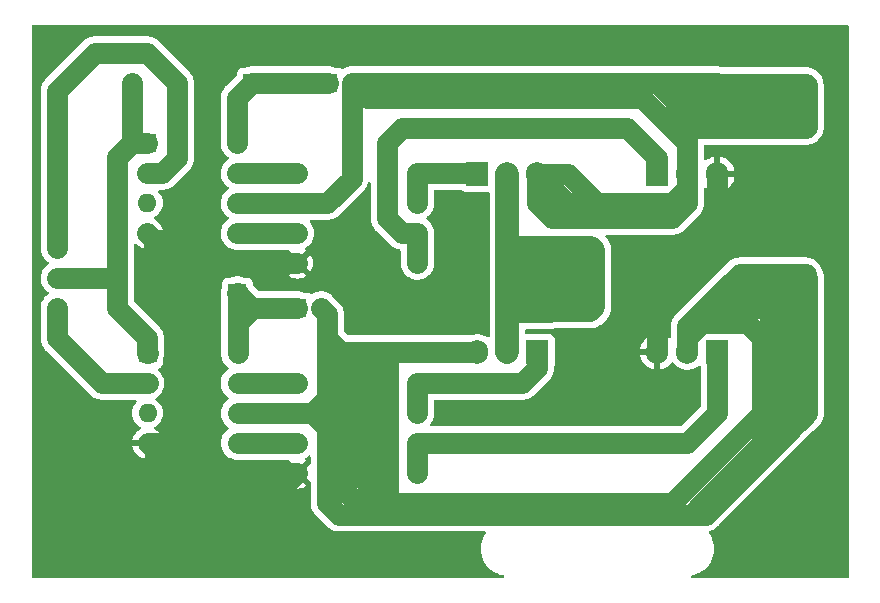
<source format=gbl>
%TF.GenerationSoftware,KiCad,Pcbnew,(6.0.8)*%
%TF.CreationDate,2023-09-30T23:17:07+09:00*%
%TF.ProjectId,AltairMD_V4,416c7461-6972-44d4-945f-56342e6b6963,rev?*%
%TF.SameCoordinates,PX6d3f490PY7a15e80*%
%TF.FileFunction,Copper,L2,Bot*%
%TF.FilePolarity,Positive*%
%FSLAX46Y46*%
G04 Gerber Fmt 4.6, Leading zero omitted, Abs format (unit mm)*
G04 Created by KiCad (PCBNEW (6.0.8)) date 2023-09-30 23:17:07*
%MOMM*%
%LPD*%
G01*
G04 APERTURE LIST*
%TA.AperFunction,ComponentPad*%
%ADD10O,1.600000X1.600000*%
%TD*%
%TA.AperFunction,ComponentPad*%
%ADD11C,1.600000*%
%TD*%
%TA.AperFunction,ComponentPad*%
%ADD12R,1.600000X1.600000*%
%TD*%
%TA.AperFunction,ComponentPad*%
%ADD13O,1.905000X2.000000*%
%TD*%
%TA.AperFunction,ComponentPad*%
%ADD14R,1.905000X2.000000*%
%TD*%
%TA.AperFunction,ViaPad*%
%ADD15C,0.800000*%
%TD*%
%TA.AperFunction,Conductor*%
%ADD16C,2.000000*%
%TD*%
%TA.AperFunction,Conductor*%
%ADD17C,1.800000*%
%TD*%
G04 APERTURE END LIST*
D10*
%TO.P,R13,2*%
%TO.N,Net-(MOSFET4-Pad1)*%
X33172400Y9575800D03*
D11*
%TO.P,R13,1*%
%TO.N,GND1*%
X23012400Y9575800D03*
%TD*%
D10*
%TO.P,R11,2*%
%TO.N,Net-(MOSFET3-Pad1)*%
X33172400Y14655800D03*
D11*
%TO.P,R11,1*%
%TO.N,M-*%
X23012400Y14655800D03*
%TD*%
D10*
%TO.P,D4,2,A*%
%TO.N,+12V*%
X9042400Y42595800D03*
D12*
%TO.P,D4,1,K*%
%TO.N,Net-(C1-Pad1)*%
X19202400Y42595800D03*
%TD*%
D10*
%TO.P,R6,2*%
%TO.N,Net-(MOSFET1-Pad1)*%
X33172400Y34975800D03*
D11*
%TO.P,R6,1*%
%TO.N,Net-(R6-Pad1)*%
X23012400Y34975800D03*
%TD*%
D13*
%TO.P,MOSFET4,3,3*%
%TO.N,GND1*%
X53492400Y19821800D03*
%TO.P,MOSFET4,2,2*%
%TO.N,M-*%
X56032400Y19821800D03*
D14*
%TO.P,MOSFET4,1,1*%
%TO.N,Net-(MOSFET4-Pad1)*%
X58572400Y19821800D03*
%TD*%
D10*
%TO.P,R12,2*%
%TO.N,Net-(MOSFET4-Pad1)*%
X33172400Y12115800D03*
D11*
%TO.P,R12,1*%
%TO.N,Net-(R12-Pad1)*%
X23012400Y12115800D03*
%TD*%
D13*
%TO.P,MOSFET2,3,3*%
%TO.N,GND1*%
X58572400Y34889800D03*
%TO.P,MOSFET2,2,2*%
%TO.N,M+*%
X56032400Y34889800D03*
D14*
%TO.P,MOSFET2,1,1*%
%TO.N,Net-(MOSFET2-Pad1)*%
X53492400Y34889800D03*
%TD*%
D11*
%TO.P,C2,2*%
%TO.N,M-*%
X25012400Y23545800D03*
D12*
%TO.P,C2,1*%
%TO.N,Net-(C2-Pad1)*%
X23012400Y23545800D03*
%TD*%
D13*
%TO.P,MOSFET3,3,3*%
%TO.N,M-*%
X38252400Y19821800D03*
%TO.P,MOSFET3,2,2*%
%TO.N,+24V*%
X40792400Y19821800D03*
D14*
%TO.P,MOSFET3,1,1*%
%TO.N,Net-(MOSFET3-Pad1)*%
X43332400Y19821800D03*
%TD*%
D10*
%TO.P,U4,8,VB*%
%TO.N,Net-(C2-Pad1)*%
X17942400Y19725800D03*
%TO.P,U4,7,HO*%
%TO.N,Net-(R10-Pad1)*%
X17942400Y17185800D03*
%TO.P,U4,6,VS*%
%TO.N,M-*%
X17942400Y14645800D03*
%TO.P,U4,5,LO*%
%TO.N,Net-(R12-Pad1)*%
X17942400Y12105800D03*
%TO.P,U4,4,COM*%
%TO.N,GND1*%
X10322400Y12105800D03*
%TO.P,U4,3,~{SD}*%
%TO.N,unconnected-(U4-Pad3)*%
X10322400Y14645800D03*
%TO.P,U4,2,IN*%
%TO.N,PWM2out*%
X10322400Y17185800D03*
D12*
%TO.P,U4,1,VCC*%
%TO.N,+12V*%
X10322400Y19725800D03*
%TD*%
D13*
%TO.P,MOSFET1,3,3*%
%TO.N,M+*%
X43332400Y34889800D03*
%TO.P,MOSFET1,2,2*%
%TO.N,+24V*%
X40792400Y34889800D03*
D14*
%TO.P,MOSFET1,1,1*%
%TO.N,Net-(MOSFET1-Pad1)*%
X38252400Y34889800D03*
%TD*%
D10*
%TO.P,U3,8,VB*%
%TO.N,Net-(C1-Pad1)*%
X17932400Y37515800D03*
%TO.P,U3,7,HO*%
%TO.N,Net-(R6-Pad1)*%
X17932400Y34975800D03*
%TO.P,U3,6,VS*%
%TO.N,M+*%
X17932400Y32435800D03*
%TO.P,U3,5,LO*%
%TO.N,Net-(R8-Pad1)*%
X17932400Y29895800D03*
%TO.P,U3,4,COM*%
%TO.N,GND1*%
X10312400Y29895800D03*
%TO.P,U3,3,~{SD}*%
%TO.N,unconnected-(U3-Pad3)*%
X10312400Y32435800D03*
%TO.P,U3,2,IN*%
%TO.N,PWM1out*%
X10312400Y34975800D03*
D12*
%TO.P,U3,1,VCC*%
%TO.N,+12V*%
X10312400Y37515800D03*
%TD*%
D10*
%TO.P,R10,2*%
%TO.N,Net-(MOSFET3-Pad1)*%
X33172400Y17195800D03*
D11*
%TO.P,R10,1*%
%TO.N,Net-(R10-Pad1)*%
X23012400Y17195800D03*
%TD*%
%TO.P,C1,2*%
%TO.N,M+*%
X27613288Y42595800D03*
D12*
%TO.P,C1,1*%
%TO.N,Net-(C1-Pad1)*%
X25613288Y42595800D03*
%TD*%
D10*
%TO.P,R8,2*%
%TO.N,Net-(MOSFET2-Pad1)*%
X33172400Y29895800D03*
D11*
%TO.P,R8,1*%
%TO.N,Net-(R8-Pad1)*%
X23012400Y29895800D03*
%TD*%
D10*
%TO.P,R9,2*%
%TO.N,Net-(MOSFET2-Pad1)*%
X33172400Y27355800D03*
D11*
%TO.P,R9,1*%
%TO.N,GND1*%
X23012400Y27355800D03*
%TD*%
D10*
%TO.P,D5,2,A*%
%TO.N,+12V*%
X7772400Y24815800D03*
D12*
%TO.P,D5,1,K*%
%TO.N,Net-(C2-Pad1)*%
X17932400Y24815800D03*
%TD*%
D10*
%TO.P,R7,2*%
%TO.N,Net-(MOSFET1-Pad1)*%
X33172400Y32435800D03*
D11*
%TO.P,R7,1*%
%TO.N,M+*%
X23012400Y32435800D03*
%TD*%
D15*
%TO.N,M-*%
X64897000Y24815800D03*
%TO.N,M+*%
X64546400Y40441800D03*
%TO.N,PWM1out*%
X2692400Y28625800D03*
%TO.N,PWM2out*%
X2692400Y23545800D03*
%TO.N,+12V*%
X2692400Y26085800D03*
%TD*%
D16*
%TO.N,+24V*%
X43357800Y24307800D02*
X44234100Y25184100D01*
X42377300Y24307800D02*
X43357800Y24307800D01*
X44234100Y25184100D02*
X45618400Y23799800D01*
X40792400Y28625800D02*
X44234100Y25184100D01*
D17*
%TO.N,M-*%
X63550800Y22910800D02*
X63017400Y22910800D01*
X66040000Y25400000D02*
X63550800Y22910800D01*
X60452000Y26416000D02*
X66040000Y26416000D01*
X66040000Y26416000D02*
X66040000Y25400000D01*
X56032400Y21996400D02*
X60452000Y26416000D01*
X56032400Y19821800D02*
X56032400Y21996400D01*
X58496200Y23545800D02*
X58166000Y23876000D01*
X66192400Y23545800D02*
X58496200Y23545800D01*
X59105800Y24815800D02*
X58674000Y24384000D01*
X64897000Y24815800D02*
X59105800Y24815800D01*
X57302400Y23012400D02*
X57302400Y22860000D01*
X60375800Y26085800D02*
X57302400Y23012400D01*
X66192400Y26085800D02*
X60375800Y26085800D01*
D16*
%TO.N,+24V*%
X46675100Y24759800D02*
X47812900Y23622000D01*
X44917300Y24759800D02*
X46675100Y24759800D01*
X47812900Y25654000D02*
X45095100Y25654000D01*
X48066900Y25654000D02*
X48066900Y27178000D01*
X48066900Y23622000D02*
X48066900Y25654000D01*
X45095100Y25654000D02*
X44917300Y25831800D01*
X47914500Y27330400D02*
X48066900Y27178000D01*
X48066900Y27178000D02*
X48066900Y28448000D01*
X44917300Y27330400D02*
X44917300Y24759800D01*
X44917300Y27330400D02*
X47660500Y27330400D01*
X44917300Y28625800D02*
X44917300Y27330400D01*
X47635100Y28625800D02*
X44917300Y28625800D01*
X48066900Y28448000D02*
X47889100Y28625800D01*
X47812900Y23368000D02*
X48066900Y23622000D01*
X44485500Y23368000D02*
X47558900Y23368000D01*
X44409300Y23291800D02*
X44485500Y23368000D01*
D17*
%TO.N,M+*%
X64546400Y40441800D02*
X66152400Y38835800D01*
X64387400Y42220800D02*
X64072400Y42535800D01*
X64387400Y40600800D02*
X64387400Y42220800D01*
X64072400Y42535800D02*
X58512400Y42535800D01*
X66082400Y42535800D02*
X64072400Y42535800D01*
X63672400Y39885800D02*
X64387400Y40600800D01*
X59842400Y39885800D02*
X63672400Y39885800D01*
X63662400Y41325800D02*
X64387400Y40600800D01*
X59842400Y39885800D02*
X59842400Y41325800D01*
X64387400Y40600800D02*
X64546400Y40441800D01*
X59842400Y38785800D02*
X59842400Y39885800D01*
X59842400Y41325800D02*
X63662400Y41325800D01*
X66152400Y42465800D02*
X66082400Y42535800D01*
X66152400Y38835800D02*
X66152400Y42465800D01*
X66102400Y38785800D02*
X66152400Y38835800D01*
X59842400Y38785800D02*
X66102400Y38785800D01*
X58512400Y42535800D02*
X57937400Y41960800D01*
D16*
%TO.N,+24V*%
X44917300Y24759800D02*
X44917300Y23799800D01*
X44917300Y23799800D02*
X44409300Y23291800D01*
D17*
%TO.N,M+*%
X44434400Y33873800D02*
X45872400Y32435800D01*
X45872400Y32435800D02*
X47396400Y32435800D01*
X43332400Y32435800D02*
X45872400Y32435800D01*
X44434400Y34889800D02*
X45958400Y34889800D01*
X44434400Y34889800D02*
X44434400Y33873800D01*
X43332400Y34889800D02*
X44434400Y34889800D01*
X45958400Y34889800D02*
X47904400Y32943800D01*
X47396400Y32435800D02*
X47904400Y32943800D01*
X47904400Y32943800D02*
X48412400Y32435800D01*
X44602400Y31165800D02*
X43332400Y32435800D01*
X54762400Y31165800D02*
X44602400Y31165800D01*
X43332400Y32435800D02*
X43332400Y34889800D01*
X54762400Y32435800D02*
X56032400Y33705800D01*
X48412400Y32435800D02*
X54762400Y32435800D01*
D16*
%TO.N,+24V*%
X40792400Y25831800D02*
X46126400Y25831800D01*
X42377300Y28625800D02*
X42377300Y24307800D01*
X42570400Y23291800D02*
X41046400Y23291800D01*
X42377300Y28625800D02*
X44917300Y28625800D01*
X44409300Y23291800D02*
X41361300Y23291800D01*
X42377300Y24307800D02*
X41361300Y23291800D01*
X40792400Y28625800D02*
X43586400Y28625800D01*
X44663300Y28625800D02*
X44917300Y28625800D01*
X40792400Y23545800D02*
X45872400Y28625800D01*
X44409300Y23799800D02*
X44917300Y23799800D01*
X41046400Y23291800D02*
X40792400Y23545800D01*
X40792400Y23545800D02*
X40792400Y19821800D01*
X40792400Y25831800D02*
X40792400Y23545800D01*
X40792400Y28625800D02*
X40792400Y25831800D01*
X40792400Y34889800D02*
X40792400Y28625800D01*
D17*
%TO.N,Net-(C1-Pad1)*%
X25613288Y42595800D02*
X19202400Y42595800D01*
X17932400Y41325800D02*
X17932400Y37515800D01*
X19202400Y42595800D02*
X17932400Y41325800D01*
%TO.N,M+*%
X57937400Y40690800D02*
X55397400Y40690800D01*
X56032400Y38785800D02*
X56032400Y36245800D01*
X54127400Y39420800D02*
X54762400Y38785800D01*
X57937400Y41960800D02*
X57937400Y40690800D01*
X59842400Y41325800D02*
X58572400Y42595800D01*
X55397400Y40690800D02*
X56032400Y40055800D01*
X52222400Y41325800D02*
X54127400Y39420800D01*
X28883288Y41325800D02*
X52222400Y41325800D01*
X57937400Y39420800D02*
X54127400Y39420800D01*
X58572400Y38785800D02*
X59842400Y38785800D01*
X27613288Y42595800D02*
X53492400Y42595800D01*
X56032400Y32435800D02*
X54762400Y31165800D01*
X56032400Y40055800D02*
X56032400Y38785800D01*
X55397400Y40690800D02*
X57302400Y42595800D01*
X57302400Y40055800D02*
X58572400Y40055800D01*
X25552400Y32435800D02*
X27613288Y34496688D01*
X57302400Y42595800D02*
X57937400Y41960800D01*
X58572400Y42595800D02*
X57302400Y42595800D01*
X23012400Y32435800D02*
X17932400Y32435800D01*
X56032400Y36245800D02*
X56032400Y34889800D01*
X59842400Y41325800D02*
X59207400Y40690800D01*
X56032400Y37515800D02*
X56032400Y36245800D01*
X56032400Y38785800D02*
X57302400Y38785800D01*
X54762400Y38785800D02*
X57302400Y38785800D01*
X23012400Y32435800D02*
X25552400Y32435800D01*
X27613288Y42595800D02*
X28883288Y41325800D01*
X54127400Y39420800D02*
X55397400Y40690800D01*
X27613288Y34496688D02*
X27613288Y42595800D01*
X57302400Y42595800D02*
X53492400Y42595800D01*
X54762400Y38785800D02*
X56032400Y37515800D01*
X58572400Y38785800D02*
X57302400Y38785800D01*
X59207400Y40690800D02*
X57937400Y40690800D01*
X56032400Y34889800D02*
X56032400Y32435800D01*
X53492400Y42595800D02*
X55397400Y40690800D01*
X57302400Y40055800D02*
X58572400Y38785800D01*
%TO.N,Net-(C2-Pad1)*%
X23012400Y23545800D02*
X19222400Y23545800D01*
X23012400Y23545800D02*
X19202400Y23545800D01*
X17942400Y24805800D02*
X17932400Y24815800D01*
X17942400Y22265800D02*
X17942400Y24805800D01*
X19202400Y23545800D02*
X17932400Y24815800D01*
X17942400Y19725800D02*
X17942400Y22265800D01*
X19222400Y23545800D02*
X17942400Y22265800D01*
%TO.N,M-*%
X38252400Y19821800D02*
X30718400Y19821800D01*
X30718400Y7121800D02*
X30632400Y7035800D01*
X30336399Y6061801D02*
X28727400Y7670800D01*
X63017400Y22910800D02*
X64287400Y21640800D01*
X26822400Y10845800D02*
X26822400Y8305800D01*
X63017400Y22910800D02*
X63017400Y12750800D01*
X29362400Y9575800D02*
X29362400Y8305800D01*
X66192400Y14655800D02*
X57598401Y6061801D01*
X61112400Y22275800D02*
X62382400Y21005800D01*
X56032400Y21005800D02*
X57302400Y22275800D01*
X26736400Y19821800D02*
X25552400Y21005800D01*
X17942400Y14645800D02*
X23002400Y14645800D01*
X25552400Y13385800D02*
X28727400Y10210800D01*
X64287400Y21640800D02*
X65557400Y22910800D01*
X28178400Y19821800D02*
X26736400Y19821800D01*
X65557400Y22910800D02*
X65557400Y15290800D01*
X26526399Y6061801D02*
X25552400Y7035800D01*
X25552400Y14655800D02*
X25552400Y15925800D01*
X25552400Y15925800D02*
X25552400Y21005800D01*
X25552400Y7035800D02*
X25552400Y13385800D01*
X29448400Y19821800D02*
X28178400Y19821800D01*
X65557400Y22910800D02*
X66192400Y23545800D01*
X30336399Y6061801D02*
X26526399Y6061801D01*
X57006399Y6061801D02*
X56667400Y6400800D01*
X57598401Y6061801D02*
X53492400Y6061801D01*
X26822400Y8305800D02*
X28092400Y7035800D01*
X62382400Y12115800D02*
X59842400Y9575800D01*
X62382400Y19735800D02*
X64287400Y21640800D01*
X29448400Y19821800D02*
X29448400Y9661800D01*
X64287400Y14020800D02*
X62382400Y12115800D01*
X30718400Y12201800D02*
X25552400Y7035800D01*
X62382400Y19735800D02*
X62382400Y12115800D01*
X64287400Y21640800D02*
X64287400Y14020800D01*
X30718400Y19821800D02*
X30718400Y7121800D01*
X28178400Y10759800D02*
X28727400Y10210800D01*
X30718400Y19821800D02*
X29448400Y19821800D01*
X23002400Y14645800D02*
X23012400Y14655800D01*
X25552400Y21005800D02*
X25552400Y23005800D01*
X66192400Y23545800D02*
X66192400Y26085800D01*
X28178400Y19821800D02*
X28178400Y10759800D01*
X30718400Y19821800D02*
X30718400Y12201800D01*
X66192400Y14655800D02*
X65557400Y14020800D01*
X26736400Y19821800D02*
X26736400Y10931800D01*
X25552400Y13385800D02*
X25552400Y14655800D01*
X65557400Y15290800D02*
X59842400Y9575800D01*
X25552400Y14655800D02*
X30632400Y9575800D01*
X57302400Y22275800D02*
X61112400Y22275800D01*
X66192400Y26085800D02*
X64922400Y24815800D01*
X24282400Y14655800D02*
X25552400Y15925800D01*
X28727400Y7670800D02*
X29362400Y7035800D01*
X29448400Y9661800D02*
X29362400Y9575800D01*
X56032400Y19821800D02*
X56032400Y21005800D01*
X66192400Y23545800D02*
X66192400Y14655800D01*
X62382400Y21005800D02*
X62382400Y19735800D01*
X24282400Y14655800D02*
X25552400Y13385800D01*
X28727400Y10210800D02*
X29362400Y9575800D01*
X54762400Y7035800D02*
X62382400Y14655800D01*
X26736400Y10931800D02*
X26822400Y10845800D01*
X29362400Y8305800D02*
X26822400Y10845800D01*
X57598401Y6061801D02*
X57006399Y6061801D01*
X63017400Y22910800D02*
X65557400Y22910800D01*
X29362400Y7035800D02*
X30632400Y7035800D01*
X64922400Y24815800D02*
X64897000Y24815800D01*
X65557400Y14020800D02*
X64287400Y14020800D01*
X56328401Y6061801D02*
X30336399Y6061801D01*
X63017400Y12750800D02*
X62382400Y12115800D01*
X30632400Y9575800D02*
X30632400Y7035800D01*
X25552400Y23005800D02*
X25012400Y23545800D01*
X23012400Y14655800D02*
X24282400Y14655800D01*
X59842400Y9575800D02*
X56328401Y6061801D01*
X30632400Y7035800D02*
X54762400Y7035800D01*
%TO.N,PWM1out*%
X12852400Y42595800D02*
X10312400Y45135800D01*
X11582400Y34975800D02*
X12852400Y36245800D01*
X2692400Y41956433D02*
X2692400Y28625800D01*
X10312400Y45135800D02*
X5871767Y45135800D01*
X5871767Y45135800D02*
X2692400Y41956433D01*
X10312400Y34975800D02*
X11582400Y34975800D01*
X12852400Y36245800D02*
X12852400Y42595800D01*
%TO.N,PWM2out*%
X6502400Y17195800D02*
X2692400Y21005800D01*
X2692400Y21005800D02*
X2692400Y22275800D01*
X2692400Y22275800D02*
X2692400Y23545800D01*
X10322400Y17185800D02*
X6512400Y17185800D01*
X6512400Y17185800D02*
X6502400Y17195800D01*
%TO.N,+12V*%
X10312400Y21005800D02*
X10312400Y19735800D01*
X10312400Y21005800D02*
X7772400Y23545800D01*
X7772400Y23545800D02*
X7772400Y24815800D01*
X7772400Y36319303D02*
X7772400Y26085800D01*
X9042400Y37589303D02*
X8968897Y37515800D01*
X10312400Y19735800D02*
X10322400Y19725800D01*
X9042400Y42595800D02*
X9042400Y37589303D01*
X7772400Y26085800D02*
X2692400Y26085800D01*
X8968897Y37515800D02*
X7772400Y36319303D01*
X10312400Y37515800D02*
X8968897Y37515800D01*
X7772400Y26085800D02*
X7772400Y24815800D01*
%TO.N,GND1*%
X14122400Y8305800D02*
X21742400Y8305800D01*
X58572400Y31165800D02*
X53492400Y26085800D01*
X15392400Y10845800D02*
X16662400Y9575800D01*
X15392400Y27355800D02*
X14122400Y27355800D01*
X14122400Y10845800D02*
X15392400Y9575800D01*
X23012400Y9575800D02*
X15392400Y9575800D01*
X21742400Y8305800D02*
X23012400Y9575800D01*
X58572400Y34889800D02*
X58572400Y31165800D01*
X14122400Y27355800D02*
X14122400Y10845800D01*
X11572400Y12105800D02*
X12852400Y13385800D01*
X23012400Y27355800D02*
X15392400Y27355800D01*
X12852400Y9575800D02*
X14122400Y8305800D01*
X15392400Y9575800D02*
X12852400Y9575800D01*
X10322400Y12105800D02*
X11572400Y12105800D01*
X14122400Y27355800D02*
X12852400Y27355800D01*
X15392400Y12115800D02*
X15392400Y10845800D01*
X53492400Y26085800D02*
X53492400Y19821800D01*
X15392400Y12115800D02*
X15392400Y27355800D01*
X15392400Y9575800D02*
X15392400Y12115800D01*
X12852400Y9575800D02*
X12852400Y13385800D01*
X10322400Y12105800D02*
X12852400Y9575800D01*
X12852400Y13385800D02*
X12852400Y27355800D01*
X12852400Y27355800D02*
X10312400Y29895800D01*
%TO.N,Net-(R6-Pad1)*%
X23012400Y34975800D02*
X17932400Y34975800D01*
%TO.N,Net-(MOSFET1-Pad1)*%
X33172400Y32435800D02*
X33172400Y34975800D01*
X33172400Y34975800D02*
X38166400Y34975800D01*
X38166400Y34975800D02*
X38252400Y34889800D01*
%TO.N,Net-(R8-Pad1)*%
X17932400Y29895800D02*
X23012400Y29895800D01*
%TO.N,Net-(MOSFET2-Pad1)*%
X33172400Y29895800D02*
X33172400Y27355800D01*
X53492400Y36245800D02*
X53492400Y34889800D01*
X31902400Y38785800D02*
X50952400Y38785800D01*
X50952400Y38785800D02*
X53492400Y36245800D01*
X30632400Y31165800D02*
X30632400Y37515800D01*
X33172400Y29895800D02*
X31902400Y29895800D01*
X31902400Y29895800D02*
X30632400Y31165800D01*
X30632400Y37515800D02*
X31902400Y38785800D01*
%TO.N,Net-(R10-Pad1)*%
X23012400Y17195800D02*
X17952400Y17195800D01*
X17952400Y17195800D02*
X17942400Y17185800D01*
%TO.N,Net-(MOSFET3-Pad1)*%
X42062400Y17195800D02*
X43332400Y18465800D01*
X33172400Y17195800D02*
X42062400Y17195800D01*
X33172400Y14655800D02*
X33172400Y17195800D01*
X43332400Y18465800D02*
X43332400Y19821800D01*
%TO.N,Net-(R12-Pad1)*%
X17942400Y12105800D02*
X23002400Y12105800D01*
X23002400Y12105800D02*
X23012400Y12115800D01*
%TO.N,Net-(MOSFET4-Pad1)*%
X56032400Y12115800D02*
X58572400Y14655800D01*
X33172400Y12115800D02*
X33172400Y9575800D01*
X33172400Y12115800D02*
X56032400Y12115800D01*
X58572400Y14655800D02*
X58572400Y19821800D01*
%TD*%
%TA.AperFunction,Conductor*%
%TO.N,GND1*%
G36*
X69639221Y47477498D02*
G01*
X69685714Y47423842D01*
X69697100Y47371500D01*
X69697100Y811800D01*
X69677098Y743679D01*
X69623442Y697186D01*
X69571100Y685800D01*
X56440697Y685800D01*
X56372576Y705802D01*
X56326083Y759458D01*
X56315979Y829732D01*
X56345473Y894312D01*
X56405199Y932696D01*
X56416115Y935379D01*
X56614147Y974770D01*
X56614153Y974772D01*
X56618197Y975576D01*
X56622106Y976903D01*
X56622110Y976904D01*
X56894639Y1069415D01*
X56894640Y1069416D01*
X56898545Y1070741D01*
X57024087Y1132652D01*
X57160369Y1199858D01*
X57160374Y1199861D01*
X57164073Y1201685D01*
X57222995Y1241056D01*
X57406807Y1363874D01*
X57406812Y1363878D01*
X57410238Y1366167D01*
X57413332Y1368881D01*
X57413338Y1368885D01*
X57629738Y1558664D01*
X57632827Y1561373D01*
X57635536Y1564462D01*
X57825315Y1780862D01*
X57825319Y1780868D01*
X57828033Y1783962D01*
X57992515Y2030127D01*
X58123459Y2295655D01*
X58218624Y2576003D01*
X58276383Y2866374D01*
X58295746Y3161800D01*
X58276383Y3457226D01*
X58218624Y3747597D01*
X58123459Y4027945D01*
X57992515Y4293473D01*
X57854763Y4499634D01*
X57833548Y4567387D01*
X57852331Y4635854D01*
X57905148Y4683297D01*
X57926170Y4691140D01*
X57960992Y4700699D01*
X57962580Y4701123D01*
X58067941Y4728469D01*
X58072810Y4730663D01*
X58077133Y4732185D01*
X58081367Y4733743D01*
X58086512Y4735155D01*
X58185070Y4781218D01*
X58186664Y4781950D01*
X58189201Y4783093D01*
X58285881Y4826644D01*
X58290308Y4829624D01*
X58294286Y4831838D01*
X58298228Y4834105D01*
X58303059Y4836363D01*
X58307439Y4839402D01*
X58307445Y4839405D01*
X58392419Y4898355D01*
X58393873Y4899349D01*
X58479735Y4957154D01*
X58484163Y4960135D01*
X58488027Y4963821D01*
X58492181Y4967161D01*
X58492378Y4966916D01*
X58492992Y4967417D01*
X58492800Y4967659D01*
X58496045Y4970242D01*
X58499458Y4972610D01*
X58506951Y4979428D01*
X58516911Y4988490D01*
X58516923Y4988502D01*
X58518016Y4989496D01*
X58580636Y5052116D01*
X58582759Y5054191D01*
X58586051Y5057332D01*
X58657119Y5125127D01*
X58661723Y5131315D01*
X58673717Y5145197D01*
X66539635Y13011115D01*
X66541758Y13013190D01*
X66576312Y13046153D01*
X66616118Y13084126D01*
X66620722Y13090314D01*
X66632716Y13104196D01*
X67149684Y13621164D01*
X67156199Y13627235D01*
X67201786Y13666793D01*
X67201788Y13666795D01*
X67205819Y13670293D01*
X67209202Y13674419D01*
X67209206Y13674423D01*
X67254932Y13730191D01*
X67274816Y13754440D01*
X67275857Y13755692D01*
X67346086Y13838945D01*
X67348789Y13843543D01*
X67351423Y13847263D01*
X67354002Y13851016D01*
X67357378Y13855133D01*
X67360010Y13859757D01*
X67360015Y13859764D01*
X67411208Y13949698D01*
X67412089Y13951221D01*
X67464515Y14040400D01*
X67464516Y14040403D01*
X67467223Y14045007D01*
X67469116Y14050004D01*
X67471108Y14054161D01*
X67472988Y14058229D01*
X67475627Y14062866D01*
X67512748Y14165134D01*
X67513360Y14166784D01*
X67526652Y14201867D01*
X67551910Y14268534D01*
X67552933Y14273774D01*
X67554176Y14278135D01*
X67555364Y14282539D01*
X67557184Y14287553D01*
X67576537Y14394574D01*
X67576862Y14396302D01*
X67596702Y14497896D01*
X67596703Y14497904D01*
X67597724Y14503133D01*
X67597849Y14508463D01*
X67598426Y14513773D01*
X67598803Y14513732D01*
X67598882Y14514510D01*
X67598510Y14514552D01*
X67598979Y14518685D01*
X67599718Y14522769D01*
X67600900Y14547832D01*
X67600900Y14636449D01*
X67600935Y14639399D01*
X67603229Y14736761D01*
X67603355Y14742098D01*
X67602236Y14749723D01*
X67600900Y14768020D01*
X67600900Y23444314D01*
X67601992Y23460870D01*
X67603723Y23473928D01*
X67603723Y23473931D01*
X67604423Y23479211D01*
X67604063Y23488796D01*
X67601698Y23551792D01*
X67601644Y23559487D01*
X67603229Y23626760D01*
X67603355Y23632098D01*
X67602236Y23639722D01*
X67600900Y23658019D01*
X67600900Y25984314D01*
X67601992Y26000870D01*
X67603723Y26013928D01*
X67603723Y26013931D01*
X67604423Y26019211D01*
X67602532Y26069567D01*
X67601698Y26091792D01*
X67601644Y26099487D01*
X67603229Y26166760D01*
X67603355Y26172098D01*
X67598068Y26208119D01*
X67596821Y26221690D01*
X67595655Y26252743D01*
X67595455Y26258074D01*
X67590537Y26281513D01*
X67590187Y26283183D01*
X67587952Y26298408D01*
X67586234Y26318662D01*
X67586234Y26318665D01*
X67585783Y26323975D01*
X67576631Y26359236D01*
X67573930Y26372576D01*
X67569420Y26403307D01*
X67569418Y26403314D01*
X67568643Y26408596D01*
X67557361Y26443215D01*
X67553848Y26456372D01*
X67547465Y26486793D01*
X67547465Y26486794D01*
X67546370Y26492011D01*
X67536944Y26515879D01*
X67532180Y26530495D01*
X67525732Y26555340D01*
X67510779Y26588536D01*
X67505864Y26601241D01*
X67496235Y26630787D01*
X67496230Y26630798D01*
X67494580Y26635862D01*
X67477625Y26668089D01*
X67471947Y26680463D01*
X67466287Y26694794D01*
X67458571Y26714333D01*
X67445256Y26736275D01*
X67438097Y26749884D01*
X67429750Y26768413D01*
X67429747Y26768418D01*
X67427557Y26773280D01*
X67407228Y26803476D01*
X67400239Y26815176D01*
X67389965Y26834704D01*
X67379515Y26861717D01*
X67374672Y26880377D01*
X67373332Y26885540D01*
X67339095Y26961543D01*
X67336785Y26967013D01*
X67308134Y27039563D01*
X67308133Y27039566D01*
X67306171Y27044533D01*
X67292856Y27066475D01*
X67285697Y27080084D01*
X67277349Y27098615D01*
X67277347Y27098619D01*
X67275157Y27103480D01*
X67269114Y27112457D01*
X67228603Y27172630D01*
X67225432Y27177588D01*
X67182168Y27248883D01*
X67165352Y27268261D01*
X67155996Y27280477D01*
X67144648Y27297334D01*
X67144642Y27297342D01*
X67141666Y27301762D01*
X67137987Y27305619D01*
X67137981Y27305626D01*
X67084128Y27362078D01*
X67080131Y27366470D01*
X67078273Y27368612D01*
X67029864Y27424398D01*
X67029007Y27425386D01*
X67029005Y27425388D01*
X67025507Y27429419D01*
X67005664Y27445689D01*
X66994384Y27456153D01*
X66980364Y27470850D01*
X66980363Y27470851D01*
X66976674Y27474718D01*
X66909778Y27524490D01*
X66905127Y27528124D01*
X66844795Y27577594D01*
X66844789Y27577598D01*
X66840667Y27580978D01*
X66836033Y27583616D01*
X66836024Y27583622D01*
X66818371Y27593670D01*
X66805499Y27602076D01*
X66784900Y27617402D01*
X66710585Y27655185D01*
X66705377Y27657990D01*
X66637583Y27696582D01*
X66637570Y27696588D01*
X66632934Y27699227D01*
X66608807Y27707985D01*
X66594699Y27714105D01*
X66590372Y27716305D01*
X66571828Y27725733D01*
X66566737Y27727314D01*
X66566734Y27727315D01*
X66507794Y27745616D01*
X66492209Y27750455D01*
X66486602Y27752343D01*
X66455467Y27763644D01*
X66413262Y27778964D01*
X66413258Y27778965D01*
X66408247Y27780784D01*
X66403000Y27781733D01*
X66402992Y27781735D01*
X66382997Y27785350D01*
X66368064Y27789004D01*
X66343548Y27796616D01*
X66260902Y27807570D01*
X66255036Y27808489D01*
X66177115Y27822580D01*
X66177107Y27822581D01*
X66173031Y27823318D01*
X66154641Y27824185D01*
X66149456Y27824430D01*
X66149449Y27824430D01*
X66147968Y27824500D01*
X66141486Y27824500D01*
X66124930Y27825592D01*
X66111872Y27827323D01*
X66111869Y27827323D01*
X66106589Y27828023D01*
X66101260Y27827823D01*
X66101259Y27827823D01*
X66015125Y27824589D01*
X66010398Y27824500D01*
X60506681Y27824500D01*
X60497782Y27824815D01*
X60437591Y27829077D01*
X60437588Y27829077D01*
X60432263Y27829454D01*
X60379561Y27824240D01*
X60324021Y27818746D01*
X60322270Y27818585D01*
X60278048Y27814832D01*
X60213825Y27809383D01*
X60208655Y27808041D01*
X60204174Y27807275D01*
X60199702Y27806446D01*
X60194393Y27805921D01*
X60089442Y27777111D01*
X60087820Y27776678D01*
X59982460Y27749332D01*
X59977591Y27747138D01*
X59973268Y27745616D01*
X59969034Y27744058D01*
X59963889Y27742646D01*
X59870989Y27699227D01*
X59865336Y27696585D01*
X59863741Y27695853D01*
X59764520Y27651157D01*
X59760093Y27648177D01*
X59756115Y27645963D01*
X59752173Y27643696D01*
X59747342Y27641438D01*
X59742962Y27638399D01*
X59742956Y27638396D01*
X59657982Y27579446D01*
X59656528Y27578452D01*
X59639639Y27567082D01*
X59566238Y27517666D01*
X59562374Y27513980D01*
X59558220Y27510640D01*
X59558023Y27510885D01*
X59557409Y27510384D01*
X59557601Y27510142D01*
X59554356Y27507559D01*
X59550943Y27505191D01*
X59547873Y27502398D01*
X59547871Y27502396D01*
X59533490Y27489311D01*
X59533478Y27489299D01*
X59532385Y27488305D01*
X59469765Y27425685D01*
X59467642Y27423610D01*
X59393282Y27352674D01*
X59390099Y27348396D01*
X59388678Y27346486D01*
X59376684Y27332604D01*
X55075116Y23031036D01*
X55068601Y23024965D01*
X55025037Y22987162D01*
X55018981Y22981907D01*
X55015598Y22977781D01*
X55015594Y22977777D01*
X54997385Y22955569D01*
X54949984Y22897760D01*
X54948943Y22896508D01*
X54909802Y22850108D01*
X54902239Y22841142D01*
X54878714Y22813255D01*
X54876011Y22808657D01*
X54873377Y22804937D01*
X54870798Y22801184D01*
X54867422Y22797067D01*
X54864790Y22792443D01*
X54864785Y22792436D01*
X54813592Y22702502D01*
X54812740Y22701029D01*
X54780391Y22646001D01*
X54761198Y22613352D01*
X54757577Y22607193D01*
X54755684Y22602196D01*
X54753692Y22598039D01*
X54751812Y22593971D01*
X54749173Y22589334D01*
X54739049Y22561443D01*
X54712052Y22487066D01*
X54711440Y22485416D01*
X54672890Y22383666D01*
X54671867Y22378426D01*
X54670624Y22374065D01*
X54669436Y22369661D01*
X54667616Y22364647D01*
X54666667Y22359398D01*
X54666666Y22359395D01*
X54648263Y22257626D01*
X54647938Y22255898D01*
X54628098Y22154304D01*
X54628097Y22154296D01*
X54627076Y22149067D01*
X54626951Y22143737D01*
X54626374Y22138427D01*
X54625997Y22138468D01*
X54625918Y22137690D01*
X54626290Y22137648D01*
X54625822Y22133520D01*
X54625082Y22129431D01*
X54623900Y22104368D01*
X54623900Y22015769D01*
X54623865Y22012801D01*
X54621445Y21910102D01*
X54622221Y21904816D01*
X54622564Y21902477D01*
X54623900Y21884180D01*
X54623900Y21096897D01*
X54603898Y21028776D01*
X54550242Y20982283D01*
X54479968Y20972179D01*
X54419808Y20998015D01*
X54307456Y21086745D01*
X54298869Y21092450D01*
X54097678Y21203514D01*
X54088266Y21207744D01*
X53871632Y21284459D01*
X53861661Y21287093D01*
X53764237Y21304447D01*
X53750940Y21302987D01*
X53746400Y21288430D01*
X53746400Y18353704D01*
X53750318Y18340360D01*
X53764594Y18338373D01*
X53826915Y18347910D01*
X53836943Y18350299D01*
X54055388Y18421698D01*
X54064897Y18425695D01*
X54268744Y18531811D01*
X54277469Y18537305D01*
X54461252Y18675293D01*
X54468959Y18682136D01*
X54627739Y18848291D01*
X54634223Y18856298D01*
X54656637Y18889156D01*
X54711548Y18934159D01*
X54782072Y18942332D01*
X54845820Y18911078D01*
X54866516Y18886596D01*
X54870898Y18879823D01*
X55032586Y18702130D01*
X55063111Y18678023D01*
X55217070Y18556433D01*
X55217075Y18556430D01*
X55221124Y18553232D01*
X55225640Y18550739D01*
X55225643Y18550737D01*
X55426926Y18439623D01*
X55426930Y18439621D01*
X55431450Y18437126D01*
X55436319Y18435402D01*
X55436323Y18435400D01*
X55653040Y18358656D01*
X55653044Y18358655D01*
X55657915Y18356930D01*
X55663008Y18356023D01*
X55663011Y18356022D01*
X55889348Y18315705D01*
X55889354Y18315704D01*
X55894437Y18314799D01*
X55981800Y18313732D01*
X56129493Y18311927D01*
X56129495Y18311927D01*
X56134663Y18311864D01*
X56372144Y18348204D01*
X56484397Y18384894D01*
X56595583Y18421234D01*
X56595589Y18421237D01*
X56600501Y18422842D01*
X56605087Y18425229D01*
X56605091Y18425231D01*
X56809007Y18531384D01*
X56813600Y18533775D01*
X56849306Y18560584D01*
X56962247Y18645382D01*
X57028732Y18670288D01*
X57098128Y18655296D01*
X57148401Y18605165D01*
X57163900Y18544622D01*
X57163900Y15291409D01*
X57143898Y15223288D01*
X57126995Y15202314D01*
X55485885Y13561205D01*
X55423573Y13527179D01*
X55396790Y13524300D01*
X34332366Y13524300D01*
X34264245Y13544302D01*
X34217752Y13597958D01*
X34207648Y13668232D01*
X34234932Y13730191D01*
X34333994Y13851005D01*
X34333998Y13851011D01*
X34337378Y13855133D01*
X34455627Y14062866D01*
X34537184Y14287553D01*
X34556695Y14395449D01*
X34578980Y14518685D01*
X34578981Y14518693D01*
X34579718Y14522769D01*
X34580900Y14547832D01*
X34580900Y15661300D01*
X34600902Y15729421D01*
X34654558Y15775914D01*
X34706900Y15787300D01*
X42007719Y15787300D01*
X42016618Y15786985D01*
X42076809Y15782723D01*
X42076812Y15782723D01*
X42082137Y15782346D01*
X42134839Y15787560D01*
X42190379Y15793054D01*
X42192130Y15793215D01*
X42236352Y15796968D01*
X42300575Y15802417D01*
X42305745Y15803759D01*
X42310226Y15804525D01*
X42314698Y15805354D01*
X42320007Y15805879D01*
X42424958Y15834689D01*
X42426580Y15835122D01*
X42531940Y15862468D01*
X42536809Y15864662D01*
X42541132Y15866184D01*
X42545366Y15867742D01*
X42550511Y15869154D01*
X42649069Y15915217D01*
X42650663Y15915949D01*
X42749880Y15960643D01*
X42754307Y15963623D01*
X42758285Y15965837D01*
X42762227Y15968104D01*
X42767058Y15970362D01*
X42771438Y15973401D01*
X42771444Y15973404D01*
X42856418Y16032354D01*
X42857872Y16033348D01*
X42910763Y16068956D01*
X42948162Y16094134D01*
X42952026Y16097820D01*
X42956180Y16101160D01*
X42956377Y16100915D01*
X42956991Y16101416D01*
X42956799Y16101658D01*
X42960044Y16104241D01*
X42963457Y16106609D01*
X42966529Y16109404D01*
X42980910Y16122489D01*
X42980922Y16122501D01*
X42982015Y16123495D01*
X43044635Y16186115D01*
X43046758Y16188190D01*
X43095234Y16234434D01*
X43121118Y16259126D01*
X43125722Y16265314D01*
X43137716Y16279196D01*
X44289684Y17431164D01*
X44296199Y17437235D01*
X44341786Y17476793D01*
X44341788Y17476795D01*
X44345819Y17480293D01*
X44414815Y17564440D01*
X44415887Y17565729D01*
X44422077Y17573066D01*
X44486086Y17648944D01*
X44488794Y17653551D01*
X44491380Y17657203D01*
X44493995Y17661007D01*
X44497378Y17665133D01*
X44500014Y17669763D01*
X44500017Y17669768D01*
X44551188Y17759662D01*
X44552068Y17761183D01*
X44604519Y17850407D01*
X44604520Y17850408D01*
X44607223Y17855007D01*
X44609114Y17859998D01*
X44611096Y17864135D01*
X44612988Y17868229D01*
X44615627Y17872866D01*
X44652748Y17975134D01*
X44653360Y17976784D01*
X44670761Y18022713D01*
X44691910Y18078534D01*
X44692933Y18083774D01*
X44694176Y18088135D01*
X44695364Y18092539D01*
X44697184Y18097553D01*
X44712330Y18181307D01*
X44716537Y18204574D01*
X44716862Y18206302D01*
X44736702Y18307896D01*
X44736703Y18307904D01*
X44737724Y18313133D01*
X44737849Y18318463D01*
X44738426Y18323773D01*
X44738803Y18323732D01*
X44738882Y18324510D01*
X44738510Y18324552D01*
X44738978Y18328680D01*
X44739718Y18332769D01*
X44740705Y18353704D01*
X44740830Y18356344D01*
X44740830Y18356351D01*
X44740900Y18357832D01*
X44740900Y18446431D01*
X44740935Y18449399D01*
X44741633Y18479027D01*
X44743355Y18552098D01*
X44742580Y18557379D01*
X44742296Y18562022D01*
X44750079Y18613943D01*
X44783873Y18704089D01*
X44783873Y18704091D01*
X44786645Y18711484D01*
X44793400Y18773666D01*
X44793400Y19551689D01*
X52045198Y19551689D01*
X52046151Y19540096D01*
X52047833Y19529934D01*
X52103822Y19307029D01*
X52107141Y19297281D01*
X52198785Y19086511D01*
X52203651Y19077436D01*
X52328485Y18884473D01*
X52334778Y18876302D01*
X52489450Y18706320D01*
X52496983Y18699294D01*
X52677344Y18556855D01*
X52685931Y18551150D01*
X52887122Y18440086D01*
X52896534Y18435856D01*
X53113168Y18359141D01*
X53123139Y18356507D01*
X53220563Y18339153D01*
X53233860Y18340613D01*
X53238400Y18355170D01*
X53238400Y19549685D01*
X53233925Y19564924D01*
X53232535Y19566129D01*
X53224852Y19567800D01*
X52061988Y19567800D01*
X52047259Y19563475D01*
X52045198Y19551689D01*
X44793400Y19551689D01*
X44793400Y20093813D01*
X52047499Y20093813D01*
X52050147Y20079192D01*
X52062524Y20075800D01*
X53220285Y20075800D01*
X53235524Y20080275D01*
X53236729Y20081665D01*
X53238400Y20089348D01*
X53238400Y21289896D01*
X53234482Y21303240D01*
X53220206Y21305227D01*
X53157885Y21295690D01*
X53147857Y21293301D01*
X52929412Y21221902D01*
X52919903Y21217905D01*
X52716056Y21111789D01*
X52707331Y21106295D01*
X52523548Y20968307D01*
X52515841Y20961464D01*
X52357061Y20795309D01*
X52350574Y20787299D01*
X52221070Y20597453D01*
X52215971Y20588479D01*
X52119213Y20380031D01*
X52115650Y20370344D01*
X52054235Y20148892D01*
X52052304Y20138770D01*
X52047499Y20093813D01*
X44793400Y20093813D01*
X44793400Y20869934D01*
X44786645Y20932116D01*
X44735515Y21068505D01*
X44648161Y21185061D01*
X44531605Y21272415D01*
X44395216Y21323545D01*
X44333034Y21330300D01*
X42426900Y21330300D01*
X42358779Y21350302D01*
X42312286Y21403958D01*
X42300900Y21456300D01*
X42300900Y21657300D01*
X42320902Y21725421D01*
X42374558Y21771914D01*
X42426900Y21783300D01*
X44385284Y21783300D01*
X44388802Y21783251D01*
X44483450Y21780607D01*
X44483453Y21780607D01*
X44488505Y21780466D01*
X44566398Y21790859D01*
X44572939Y21791558D01*
X44601632Y21793867D01*
X44646223Y21797454D01*
X44646227Y21797455D01*
X44651265Y21797860D01*
X44683178Y21805699D01*
X44696558Y21808226D01*
X44729120Y21812571D01*
X44733961Y21814032D01*
X44733963Y21814033D01*
X44804329Y21835278D01*
X44810692Y21837019D01*
X44882413Y21854635D01*
X44887005Y21855763D01*
X44887282Y21854635D01*
X44917361Y21859500D01*
X47619901Y21859500D01*
X47622411Y21859702D01*
X47622413Y21859702D01*
X47627304Y21860096D01*
X47657108Y21862493D01*
X47670713Y21862850D01*
X47817513Y21858749D01*
X47887050Y21856807D01*
X47887052Y21856807D01*
X47892105Y21856666D01*
X47897118Y21857335D01*
X47897120Y21857335D01*
X48127706Y21888102D01*
X48132720Y21888771D01*
X48137561Y21890233D01*
X48137563Y21890233D01*
X48360257Y21957468D01*
X48360261Y21957470D01*
X48365108Y21958933D01*
X48583288Y22065346D01*
X48681207Y22134421D01*
X48778414Y22202993D01*
X48778418Y22202996D01*
X48781647Y22205274D01*
X48803150Y22224909D01*
X49116619Y22538377D01*
X49119141Y22540829D01*
X49187902Y22605853D01*
X49191581Y22609332D01*
X49239312Y22671761D01*
X49243454Y22676893D01*
X49291087Y22732862D01*
X49291089Y22732865D01*
X49294370Y22736720D01*
X49296990Y22741046D01*
X49296995Y22741053D01*
X49311391Y22764824D01*
X49319063Y22776071D01*
X49339020Y22802174D01*
X49376147Y22871416D01*
X49379410Y22877137D01*
X49417502Y22940034D01*
X49417503Y22940035D01*
X49420120Y22944357D01*
X49432434Y22974834D01*
X49438203Y22987150D01*
X49453731Y23016109D01*
X49479323Y23090433D01*
X49481618Y23096571D01*
X49509158Y23164733D01*
X49509159Y23164737D01*
X49511055Y23169429D01*
X49518332Y23201461D01*
X49522063Y23214559D01*
X49532762Y23245631D01*
X49546143Y23323100D01*
X49547426Y23329518D01*
X49563715Y23401214D01*
X49563715Y23401215D01*
X49564835Y23406144D01*
X49566899Y23438953D01*
X49568485Y23452453D01*
X49574079Y23484836D01*
X49575400Y23513925D01*
X49575400Y23570107D01*
X49575649Y23578019D01*
X49579760Y23643358D01*
X49580078Y23648412D01*
X49576001Y23689991D01*
X49575400Y23702287D01*
X49575400Y27153984D01*
X49575449Y27157502D01*
X49578093Y27252150D01*
X49578093Y27252153D01*
X49578234Y27257205D01*
X49576507Y27270150D01*
X49575400Y27286812D01*
X49575400Y28423984D01*
X49575449Y28427502D01*
X49578093Y28522150D01*
X49578093Y28522153D01*
X49578234Y28527205D01*
X49567841Y28605098D01*
X49567141Y28611647D01*
X49566928Y28614302D01*
X49562904Y28664310D01*
X49561246Y28684923D01*
X49561245Y28684927D01*
X49560840Y28689965D01*
X49553001Y28721878D01*
X49550473Y28735262D01*
X49546798Y28762806D01*
X49546129Y28767820D01*
X49532527Y28812871D01*
X49523422Y28843029D01*
X49521681Y28849392D01*
X49504144Y28920791D01*
X49502937Y28925706D01*
X49490099Y28955952D01*
X49485461Y28968763D01*
X49477430Y28995362D01*
X49475967Y29000208D01*
X49473749Y29004756D01*
X49473746Y29004763D01*
X49441529Y29070818D01*
X49438793Y29076820D01*
X49410062Y29144505D01*
X49408088Y29149156D01*
X49390581Y29176956D01*
X49383952Y29188866D01*
X49369554Y29218388D01*
X49324257Y29282600D01*
X49320599Y29288086D01*
X49281429Y29350286D01*
X49281428Y29350287D01*
X49278733Y29354567D01*
X49275392Y29358356D01*
X49275388Y29358362D01*
X49257002Y29379217D01*
X49248556Y29389912D01*
X49231909Y29413510D01*
X49229626Y29416747D01*
X49209991Y29438250D01*
X49170275Y29477966D01*
X49164856Y29483736D01*
X49121551Y29532856D01*
X49118202Y29536655D01*
X49114289Y29539869D01*
X49113466Y29540664D01*
X49078359Y29602373D01*
X49082188Y29673266D01*
X49123737Y29730836D01*
X49189814Y29756803D01*
X49200994Y29757300D01*
X54707719Y29757300D01*
X54716618Y29756985D01*
X54776809Y29752723D01*
X54776812Y29752723D01*
X54782137Y29752346D01*
X54834839Y29757560D01*
X54890379Y29763054D01*
X54892130Y29763215D01*
X54936352Y29766968D01*
X55000575Y29772417D01*
X55005745Y29773759D01*
X55010226Y29774525D01*
X55014698Y29775354D01*
X55020007Y29775879D01*
X55124958Y29804689D01*
X55126580Y29805122D01*
X55231940Y29832468D01*
X55236809Y29834662D01*
X55241132Y29836184D01*
X55245366Y29837742D01*
X55250511Y29839154D01*
X55349069Y29885217D01*
X55350663Y29885949D01*
X55449880Y29930643D01*
X55454307Y29933623D01*
X55458285Y29935837D01*
X55462227Y29938104D01*
X55467058Y29940362D01*
X55471438Y29943401D01*
X55471444Y29943404D01*
X55556418Y30002354D01*
X55557872Y30003348D01*
X55643734Y30061153D01*
X55648162Y30064134D01*
X55652026Y30067820D01*
X55656180Y30071160D01*
X55656377Y30070915D01*
X55656991Y30071416D01*
X55656799Y30071658D01*
X55660044Y30074241D01*
X55663457Y30076609D01*
X55678706Y30090484D01*
X55680910Y30092489D01*
X55680922Y30092501D01*
X55682015Y30093495D01*
X55744635Y30156115D01*
X55746758Y30158190D01*
X55771132Y30181442D01*
X55821118Y30229126D01*
X55825722Y30235314D01*
X55837716Y30249196D01*
X56989684Y31401164D01*
X56996199Y31407235D01*
X57041786Y31446793D01*
X57041788Y31446795D01*
X57045819Y31450293D01*
X57114815Y31534440D01*
X57115887Y31535729D01*
X57182641Y31614860D01*
X57182642Y31614861D01*
X57186086Y31618944D01*
X57188794Y31623551D01*
X57191380Y31627203D01*
X57193995Y31631007D01*
X57197378Y31635133D01*
X57200014Y31639763D01*
X57200017Y31639768D01*
X57251188Y31729662D01*
X57252068Y31731183D01*
X57304519Y31820407D01*
X57304520Y31820408D01*
X57307223Y31825007D01*
X57309114Y31829998D01*
X57311096Y31834135D01*
X57312988Y31838229D01*
X57315627Y31842866D01*
X57352748Y31945134D01*
X57353360Y31946784D01*
X57384732Y32029589D01*
X57391910Y32048534D01*
X57392933Y32053774D01*
X57394176Y32058135D01*
X57395364Y32062539D01*
X57397184Y32067553D01*
X57416537Y32174574D01*
X57416862Y32176302D01*
X57436702Y32277896D01*
X57436703Y32277904D01*
X57437724Y32283133D01*
X57437849Y32288463D01*
X57438426Y32293773D01*
X57438803Y32293732D01*
X57438882Y32294510D01*
X57438510Y32294552D01*
X57438979Y32298685D01*
X57439718Y32302769D01*
X57440900Y32327832D01*
X57440900Y32416431D01*
X57440935Y32419399D01*
X57442765Y32497059D01*
X57443355Y32522098D01*
X57442236Y32529723D01*
X57440900Y32548020D01*
X57440900Y33614703D01*
X57460902Y33682824D01*
X57514558Y33729317D01*
X57584832Y33739421D01*
X57644992Y33713585D01*
X57757344Y33624855D01*
X57765931Y33619150D01*
X57967122Y33508086D01*
X57976534Y33503856D01*
X58193168Y33427141D01*
X58203139Y33424507D01*
X58300563Y33407153D01*
X58313860Y33408613D01*
X58317943Y33421704D01*
X58826400Y33421704D01*
X58830318Y33408360D01*
X58844594Y33406373D01*
X58906915Y33415910D01*
X58916943Y33418299D01*
X59135388Y33489698D01*
X59144897Y33493695D01*
X59348744Y33599811D01*
X59357469Y33605305D01*
X59541252Y33743293D01*
X59548961Y33750138D01*
X59707739Y33916291D01*
X59714226Y33924301D01*
X59843730Y34114147D01*
X59848829Y34123121D01*
X59945587Y34331569D01*
X59949150Y34341256D01*
X60010565Y34562708D01*
X60012496Y34572830D01*
X60017301Y34617787D01*
X60014653Y34632408D01*
X60002276Y34635800D01*
X58844515Y34635800D01*
X58829276Y34631325D01*
X58828071Y34629935D01*
X58826400Y34622252D01*
X58826400Y33421704D01*
X58317943Y33421704D01*
X58318400Y33423170D01*
X58318400Y35161915D01*
X58826400Y35161915D01*
X58830875Y35146676D01*
X58832265Y35145471D01*
X58839948Y35143800D01*
X60002812Y35143800D01*
X60017541Y35148125D01*
X60019602Y35159911D01*
X60018649Y35171504D01*
X60016967Y35181666D01*
X59960978Y35404571D01*
X59957659Y35414319D01*
X59866015Y35625089D01*
X59861149Y35634164D01*
X59736315Y35827127D01*
X59730022Y35835298D01*
X59575350Y36005280D01*
X59567817Y36012306D01*
X59387456Y36154745D01*
X59378869Y36160450D01*
X59177678Y36271514D01*
X59168266Y36275744D01*
X58951632Y36352459D01*
X58941661Y36355093D01*
X58844237Y36372447D01*
X58830940Y36370987D01*
X58826400Y36356430D01*
X58826400Y35161915D01*
X58318400Y35161915D01*
X58318400Y36357896D01*
X58314482Y36371240D01*
X58300206Y36373227D01*
X58237885Y36363690D01*
X58227857Y36361301D01*
X58009412Y36289902D01*
X57999903Y36285905D01*
X57796056Y36179789D01*
X57787331Y36174295D01*
X57642553Y36065592D01*
X57576068Y36040686D01*
X57506673Y36055678D01*
X57456399Y36105809D01*
X57440900Y36166352D01*
X57440900Y37251300D01*
X57460902Y37319421D01*
X57514558Y37365914D01*
X57566900Y37377300D01*
X58553031Y37377300D01*
X58556000Y37377265D01*
X58658698Y37374845D01*
X58664989Y37375768D01*
X58666323Y37375964D01*
X58684620Y37377300D01*
X59740914Y37377300D01*
X59757470Y37376208D01*
X59770528Y37374477D01*
X59770531Y37374477D01*
X59775811Y37373777D01*
X59781140Y37373977D01*
X59781141Y37373977D01*
X59867275Y37377211D01*
X59872002Y37377300D01*
X66047719Y37377300D01*
X66056618Y37376985D01*
X66116809Y37372723D01*
X66116812Y37372723D01*
X66122137Y37372346D01*
X66174839Y37377560D01*
X66230379Y37383054D01*
X66232130Y37383215D01*
X66276352Y37386968D01*
X66340575Y37392417D01*
X66345745Y37393759D01*
X66350226Y37394525D01*
X66354698Y37395354D01*
X66360007Y37395879D01*
X66464958Y37424689D01*
X66466580Y37425122D01*
X66571940Y37452468D01*
X66576809Y37454662D01*
X66581132Y37456184D01*
X66585366Y37457742D01*
X66590511Y37459154D01*
X66689069Y37505217D01*
X66690663Y37505949D01*
X66789880Y37550643D01*
X66794307Y37553623D01*
X66798285Y37555837D01*
X66802227Y37558104D01*
X66807058Y37560362D01*
X66811438Y37563401D01*
X66811444Y37563404D01*
X66896418Y37622354D01*
X66897872Y37623348D01*
X66983734Y37681153D01*
X66988162Y37684134D01*
X66992026Y37687820D01*
X66996180Y37691160D01*
X66996377Y37690915D01*
X66996991Y37691416D01*
X66996799Y37691658D01*
X67000044Y37694241D01*
X67003457Y37696609D01*
X67006529Y37699404D01*
X67020910Y37712489D01*
X67020922Y37712501D01*
X67022015Y37713495D01*
X67076594Y37768074D01*
X67089072Y37779008D01*
X67099529Y37787017D01*
X67099534Y37787022D01*
X67103766Y37790263D01*
X67128532Y37816961D01*
X67138324Y37826434D01*
X67161786Y37846793D01*
X67161788Y37846795D01*
X67165819Y37850293D01*
X67169202Y37854419D01*
X67169207Y37854424D01*
X67211869Y37906455D01*
X67216928Y37912254D01*
X67262697Y37961594D01*
X67266326Y37965506D01*
X67280358Y37986990D01*
X67289541Y37999332D01*
X67294862Y38005639D01*
X67306086Y38018945D01*
X67308791Y38023546D01*
X67311432Y38027276D01*
X67314002Y38031015D01*
X67317378Y38035133D01*
X67353314Y38098263D01*
X67357305Y38104802D01*
X67397036Y38165633D01*
X67407249Y38189177D01*
X67414218Y38202883D01*
X67424516Y38220402D01*
X67424516Y38220403D01*
X67427223Y38225007D01*
X67429115Y38230000D01*
X67431096Y38234135D01*
X67432988Y38238229D01*
X67435627Y38242866D01*
X67460409Y38311140D01*
X67463255Y38318291D01*
X67490036Y38380030D01*
X67490036Y38380031D01*
X67492158Y38384922D01*
X67498257Y38409846D01*
X67502819Y38424539D01*
X67510019Y38443544D01*
X67511910Y38448534D01*
X67512933Y38453774D01*
X67514176Y38458135D01*
X67515364Y38462539D01*
X67517184Y38467553D01*
X67530107Y38539017D01*
X67531707Y38546544D01*
X67547701Y38611908D01*
X67548972Y38617102D01*
X67550785Y38642706D01*
X67552805Y38657943D01*
X67556701Y38677892D01*
X67556702Y38677898D01*
X67557724Y38683133D01*
X67557850Y38688466D01*
X67558426Y38693773D01*
X67558803Y38693732D01*
X67558882Y38694510D01*
X67558510Y38694552D01*
X67558978Y38698680D01*
X67559718Y38702769D01*
X67560900Y38727832D01*
X67560900Y38781119D01*
X67561215Y38790018D01*
X67565477Y38850209D01*
X67565477Y38850212D01*
X67565854Y38855537D01*
X67565082Y38863337D01*
X67563328Y38881076D01*
X67562751Y38896445D01*
X67563229Y38916759D01*
X67563355Y38922098D01*
X67562236Y38929722D01*
X67560900Y38948019D01*
X67560900Y42411119D01*
X67561215Y42420018D01*
X67565477Y42480209D01*
X67565477Y42480212D01*
X67565854Y42485537D01*
X67555146Y42593779D01*
X67554985Y42595530D01*
X67546234Y42698656D01*
X67545783Y42703975D01*
X67544441Y42709145D01*
X67543675Y42713626D01*
X67542846Y42718098D01*
X67542321Y42723407D01*
X67513511Y42828358D01*
X67513072Y42830002D01*
X67485732Y42935340D01*
X67483538Y42940209D01*
X67482016Y42944532D01*
X67480458Y42948766D01*
X67479046Y42953911D01*
X67432983Y43052469D01*
X67432251Y43054063D01*
X67427171Y43065340D01*
X67387557Y43153280D01*
X67384577Y43157707D01*
X67382363Y43161685D01*
X67380096Y43165627D01*
X67377838Y43170458D01*
X67374799Y43174838D01*
X67374796Y43174844D01*
X67315846Y43259818D01*
X67314852Y43261272D01*
X67257047Y43347134D01*
X67254066Y43351562D01*
X67250380Y43355426D01*
X67247040Y43359580D01*
X67247285Y43359777D01*
X67246784Y43360391D01*
X67246542Y43360199D01*
X67243959Y43363444D01*
X67241591Y43366857D01*
X67238796Y43369929D01*
X67225711Y43384310D01*
X67225699Y43384322D01*
X67224705Y43385415D01*
X67162085Y43448035D01*
X67160010Y43450159D01*
X67094079Y43519273D01*
X67090084Y43523663D01*
X67071408Y43545184D01*
X67067907Y43549219D01*
X67063781Y43552602D01*
X67063777Y43552606D01*
X67023504Y43585627D01*
X66983760Y43618216D01*
X66982508Y43619257D01*
X66899255Y43689486D01*
X66894657Y43692189D01*
X66890937Y43694823D01*
X66887184Y43697402D01*
X66883067Y43700778D01*
X66878443Y43703410D01*
X66878436Y43703415D01*
X66788502Y43754608D01*
X66787029Y43755460D01*
X66705072Y43803640D01*
X66697800Y43807915D01*
X66697797Y43807916D01*
X66693193Y43810623D01*
X66688196Y43812516D01*
X66684039Y43814508D01*
X66679971Y43816388D01*
X66675334Y43819027D01*
X66599880Y43846415D01*
X66573066Y43856148D01*
X66571416Y43856760D01*
X66541937Y43867929D01*
X66469666Y43895310D01*
X66464426Y43896333D01*
X66460065Y43897576D01*
X66455661Y43898764D01*
X66450647Y43900584D01*
X66445398Y43901533D01*
X66445395Y43901534D01*
X66343626Y43919937D01*
X66341898Y43920262D01*
X66240304Y43940102D01*
X66240296Y43940103D01*
X66235067Y43941124D01*
X66229737Y43941249D01*
X66224427Y43941826D01*
X66224468Y43942203D01*
X66223690Y43942282D01*
X66223648Y43941910D01*
X66219520Y43942378D01*
X66215431Y43943118D01*
X66211277Y43943314D01*
X66211276Y43943314D01*
X66191856Y43944230D01*
X66191849Y43944230D01*
X66190368Y43944300D01*
X66101769Y43944300D01*
X66098801Y43944335D01*
X66095893Y43944404D01*
X65996102Y43946755D01*
X65989811Y43945832D01*
X65988477Y43945636D01*
X65970180Y43944300D01*
X64091769Y43944300D01*
X64088801Y43944335D01*
X64085893Y43944404D01*
X63986102Y43946755D01*
X63979811Y43945832D01*
X63978477Y43945636D01*
X63960180Y43944300D01*
X59011795Y43944300D01*
X58969795Y43951989D01*
X58969786Y43951958D01*
X58969461Y43952051D01*
X58967154Y43952473D01*
X58959666Y43955310D01*
X58954426Y43956333D01*
X58950065Y43957576D01*
X58945661Y43958764D01*
X58940647Y43960584D01*
X58935398Y43961533D01*
X58935395Y43961534D01*
X58833626Y43979937D01*
X58831898Y43980262D01*
X58730304Y44000102D01*
X58730296Y44000103D01*
X58725067Y44001124D01*
X58719737Y44001249D01*
X58714427Y44001826D01*
X58714468Y44002203D01*
X58713690Y44002282D01*
X58713648Y44001910D01*
X58709520Y44002378D01*
X58705431Y44003118D01*
X58701277Y44003314D01*
X58701276Y44003314D01*
X58681856Y44004230D01*
X58681849Y44004230D01*
X58680368Y44004300D01*
X58591769Y44004300D01*
X58588801Y44004335D01*
X58585893Y44004404D01*
X58486102Y44006755D01*
X58479811Y44005832D01*
X58478477Y44005636D01*
X58460180Y44004300D01*
X57357081Y44004300D01*
X57348182Y44004615D01*
X57287991Y44008877D01*
X57287988Y44008877D01*
X57282663Y44009254D01*
X57274863Y44008482D01*
X57257124Y44006728D01*
X57241755Y44006151D01*
X57227186Y44006494D01*
X57216102Y44006755D01*
X57209811Y44005832D01*
X57208477Y44005636D01*
X57190180Y44004300D01*
X53511769Y44004300D01*
X53508801Y44004335D01*
X53505893Y44004404D01*
X53406102Y44006755D01*
X53399811Y44005832D01*
X53398477Y44005636D01*
X53380180Y44004300D01*
X27714774Y44004300D01*
X27698218Y44005392D01*
X27685160Y44007123D01*
X27685157Y44007123D01*
X27679877Y44007823D01*
X27674548Y44007623D01*
X27674546Y44007623D01*
X27607296Y44005098D01*
X27599601Y44005044D01*
X27552616Y44006151D01*
X27526990Y44006755D01*
X27493408Y44001826D01*
X27490969Y44001468D01*
X27477398Y44000221D01*
X27441014Y43998855D01*
X27435793Y43997760D01*
X27435789Y43997759D01*
X27415905Y43993587D01*
X27400681Y43991352D01*
X27395153Y43990883D01*
X27380426Y43989634D01*
X27380423Y43989634D01*
X27375113Y43989183D01*
X27339852Y43980031D01*
X27326516Y43977331D01*
X27319300Y43976272D01*
X27295781Y43972820D01*
X27295774Y43972818D01*
X27290492Y43972043D01*
X27255873Y43960761D01*
X27242716Y43957248D01*
X27212295Y43950865D01*
X27212294Y43950865D01*
X27207077Y43949770D01*
X27202115Y43947810D01*
X27202114Y43947810D01*
X27183209Y43940344D01*
X27168593Y43935580D01*
X27143748Y43929132D01*
X27138876Y43926937D01*
X27138875Y43926937D01*
X27110552Y43914179D01*
X27097847Y43909264D01*
X27068301Y43899635D01*
X27068290Y43899630D01*
X27063226Y43897980D01*
X27030999Y43881025D01*
X27018628Y43875348D01*
X26984755Y43861971D01*
X26975654Y43856448D01*
X26962816Y43848658D01*
X26949204Y43841497D01*
X26930675Y43833150D01*
X26930670Y43833147D01*
X26925808Y43830957D01*
X26921384Y43827978D01*
X26921383Y43827978D01*
X26895612Y43810628D01*
X26883913Y43803640D01*
X26856378Y43789153D01*
X26786779Y43775136D01*
X26722145Y43799835D01*
X26667180Y43841029D01*
X26667178Y43841030D01*
X26659993Y43846415D01*
X26523604Y43897545D01*
X26461422Y43904300D01*
X26158757Y43904300D01*
X26115766Y43911861D01*
X26037962Y43940102D01*
X25981535Y43960584D01*
X25976286Y43961533D01*
X25976283Y43961534D01*
X25750403Y44002380D01*
X25750395Y44002381D01*
X25746319Y44003118D01*
X25727929Y44003985D01*
X25722744Y44004230D01*
X25722737Y44004230D01*
X25721256Y44004300D01*
X19257081Y44004300D01*
X19248182Y44004615D01*
X19187991Y44008877D01*
X19187988Y44008877D01*
X19182663Y44009254D01*
X19129961Y44004040D01*
X19074421Y43998546D01*
X19072670Y43998385D01*
X19028448Y43994632D01*
X18964225Y43989183D01*
X18959055Y43987841D01*
X18954574Y43987075D01*
X18950102Y43986246D01*
X18944793Y43985721D01*
X18839842Y43956911D01*
X18838220Y43956478D01*
X18732860Y43929132D01*
X18727989Y43926937D01*
X18723652Y43925410D01*
X18719433Y43923858D01*
X18714289Y43922446D01*
X18700818Y43916150D01*
X18647473Y43904300D01*
X18354266Y43904300D01*
X18292084Y43897545D01*
X18155695Y43846415D01*
X18039139Y43759061D01*
X17951785Y43642505D01*
X17900655Y43506116D01*
X17898947Y43490389D01*
X17894346Y43448035D01*
X17893900Y43443934D01*
X17893900Y43331410D01*
X17873898Y43263289D01*
X17856995Y43242315D01*
X16975116Y42360436D01*
X16968601Y42354365D01*
X16928340Y42319428D01*
X16918981Y42311307D01*
X16915598Y42307181D01*
X16915594Y42307177D01*
X16882573Y42266904D01*
X16849984Y42227160D01*
X16848943Y42225908D01*
X16778714Y42142655D01*
X16776011Y42138057D01*
X16773377Y42134337D01*
X16770798Y42130584D01*
X16767422Y42126467D01*
X16764790Y42121843D01*
X16764785Y42121836D01*
X16713592Y42031902D01*
X16712740Y42030429D01*
X16657577Y41936593D01*
X16655684Y41931596D01*
X16653692Y41927439D01*
X16651812Y41923371D01*
X16649173Y41918734D01*
X16647353Y41913719D01*
X16612052Y41816466D01*
X16611440Y41814816D01*
X16572890Y41713066D01*
X16571867Y41707826D01*
X16570624Y41703465D01*
X16569436Y41699061D01*
X16567616Y41694047D01*
X16566667Y41688798D01*
X16566666Y41688795D01*
X16548263Y41587026D01*
X16547938Y41585298D01*
X16528098Y41483704D01*
X16528097Y41483696D01*
X16527076Y41478467D01*
X16526951Y41473137D01*
X16526374Y41467827D01*
X16525997Y41467868D01*
X16525918Y41467090D01*
X16526290Y41467048D01*
X16525822Y41462920D01*
X16525082Y41458831D01*
X16523900Y41433768D01*
X16523900Y41345169D01*
X16523865Y41342201D01*
X16521445Y41239502D01*
X16522221Y41234216D01*
X16522564Y41231877D01*
X16523900Y41213580D01*
X16523900Y37455788D01*
X16539017Y37277625D01*
X16540357Y37272461D01*
X16540358Y37272457D01*
X16579937Y37119970D01*
X16599068Y37046260D01*
X16601260Y37041394D01*
X16656745Y36918223D01*
X16697243Y36828320D01*
X16830734Y36630038D01*
X16995726Y36457082D01*
X17144991Y36346026D01*
X17187703Y36289317D01*
X17192976Y36218517D01*
X17159134Y36156105D01*
X17140144Y36140418D01*
X17128434Y36132534D01*
X17046638Y36077466D01*
X17042781Y36073787D01*
X17042779Y36073785D01*
X16996712Y36029839D01*
X16873682Y35912474D01*
X16730998Y35720700D01*
X16728582Y35715949D01*
X16728580Y35715945D01*
X16687001Y35634164D01*
X16622667Y35507628D01*
X16598235Y35428944D01*
X16553368Y35284451D01*
X16553367Y35284445D01*
X16551784Y35279348D01*
X16520377Y35042389D01*
X16529345Y34803526D01*
X16547581Y34716616D01*
X16564538Y34635800D01*
X16578430Y34569589D01*
X16666229Y34347267D01*
X16790232Y34142917D01*
X16793729Y34138887D01*
X16942715Y33967196D01*
X16946893Y33962381D01*
X16951019Y33958998D01*
X16951023Y33958994D01*
X17125620Y33815834D01*
X17131733Y33810822D01*
X17136366Y33808185D01*
X17138301Y33806855D01*
X17183108Y33751784D01*
X17191029Y33681230D01*
X17159548Y33617595D01*
X17137294Y33598499D01*
X17046638Y33537466D01*
X17042781Y33533787D01*
X17042779Y33533785D01*
X16973948Y33468123D01*
X16873682Y33372474D01*
X16730998Y33180700D01*
X16622667Y32967628D01*
X16598571Y32890025D01*
X16553368Y32744451D01*
X16553367Y32744445D01*
X16551784Y32739348D01*
X16520377Y32502389D01*
X16529345Y32263526D01*
X16578430Y32029589D01*
X16666229Y31807267D01*
X16790232Y31602917D01*
X16793729Y31598887D01*
X16942715Y31427196D01*
X16946893Y31422381D01*
X16951019Y31418998D01*
X16951023Y31418994D01*
X17127602Y31274209D01*
X17131733Y31270822D01*
X17136369Y31268183D01*
X17138301Y31266855D01*
X17183108Y31211784D01*
X17191029Y31141230D01*
X17159548Y31077595D01*
X17137294Y31058499D01*
X17046638Y30997466D01*
X16873682Y30832474D01*
X16730998Y30640700D01*
X16728582Y30635949D01*
X16728580Y30635945D01*
X16648440Y30478320D01*
X16622667Y30427628D01*
X16593298Y30333044D01*
X16553368Y30204451D01*
X16553367Y30204445D01*
X16551784Y30199348D01*
X16537754Y30093495D01*
X16528517Y30023800D01*
X16520377Y29962389D01*
X16529345Y29723526D01*
X16530440Y29718308D01*
X16569352Y29532856D01*
X16578430Y29489589D01*
X16666229Y29267267D01*
X16790232Y29062917D01*
X16793729Y29058887D01*
X16913563Y28920791D01*
X16946893Y28882381D01*
X16951019Y28878998D01*
X16951023Y28878994D01*
X16994886Y28843029D01*
X17131733Y28730822D01*
X17136369Y28728183D01*
X17136372Y28728181D01*
X17255019Y28660643D01*
X17339466Y28612573D01*
X17564153Y28531016D01*
X17569402Y28530067D01*
X17569405Y28530066D01*
X17795285Y28489220D01*
X17795293Y28489219D01*
X17799369Y28488482D01*
X17817759Y28487615D01*
X17822944Y28487370D01*
X17822951Y28487370D01*
X17824432Y28487300D01*
X22191476Y28487300D01*
X22259597Y28467298D01*
X22283177Y28441565D01*
X22284511Y28442899D01*
X22999588Y27727822D01*
X23013532Y27720208D01*
X23015365Y27720339D01*
X23021980Y27724590D01*
X23727477Y28430087D01*
X23733907Y28441862D01*
X23724611Y28453877D01*
X23712259Y28462526D01*
X23667931Y28517984D01*
X23660622Y28588603D01*
X23692653Y28651963D01*
X23714163Y28670259D01*
X23898162Y28794134D01*
X23917219Y28812313D01*
X24002727Y28893884D01*
X24071118Y28959126D01*
X24078125Y28968543D01*
X24210616Y29146618D01*
X24213802Y29150900D01*
X24229985Y29182728D01*
X24319714Y29359214D01*
X24319714Y29359215D01*
X24322133Y29363972D01*
X24375753Y29536655D01*
X24391432Y29587149D01*
X24391433Y29587155D01*
X24393016Y29592252D01*
X24414892Y29757300D01*
X24423723Y29823927D01*
X24423723Y29823931D01*
X24424423Y29829211D01*
X24415455Y30068074D01*
X24380765Y30233404D01*
X24367467Y30296784D01*
X24367464Y30296795D01*
X24366370Y30302011D01*
X24278571Y30524333D01*
X24154568Y30728683D01*
X24076438Y30818720D01*
X24046899Y30883279D01*
X24056953Y30953561D01*
X24103408Y31007249D01*
X24171604Y31027300D01*
X25497719Y31027300D01*
X25506618Y31026985D01*
X25566809Y31022723D01*
X25566812Y31022723D01*
X25572137Y31022346D01*
X25624839Y31027560D01*
X25680379Y31033054D01*
X25682130Y31033215D01*
X25726352Y31036968D01*
X25790575Y31042417D01*
X25795745Y31043759D01*
X25800226Y31044525D01*
X25804698Y31045354D01*
X25810007Y31045879D01*
X25914958Y31074689D01*
X25916580Y31075122D01*
X26021940Y31102468D01*
X26026809Y31104662D01*
X26031132Y31106184D01*
X26035366Y31107742D01*
X26040511Y31109154D01*
X26139069Y31155217D01*
X26140663Y31155949D01*
X26159701Y31164525D01*
X26239880Y31200643D01*
X26244307Y31203623D01*
X26248285Y31205837D01*
X26252227Y31208104D01*
X26257058Y31210362D01*
X26261438Y31213401D01*
X26261444Y31213404D01*
X26346418Y31272354D01*
X26347872Y31273348D01*
X26433734Y31331153D01*
X26438162Y31334134D01*
X26442026Y31337820D01*
X26446180Y31341160D01*
X26446377Y31340915D01*
X26446991Y31341416D01*
X26446799Y31341658D01*
X26450044Y31344241D01*
X26453457Y31346609D01*
X26456529Y31349404D01*
X26470910Y31362489D01*
X26470922Y31362501D01*
X26472015Y31363495D01*
X26534635Y31426115D01*
X26536758Y31428190D01*
X26564257Y31454423D01*
X26611118Y31499126D01*
X26615722Y31505314D01*
X26627716Y31519196D01*
X28570572Y33462052D01*
X28577087Y33468123D01*
X28622674Y33507681D01*
X28622676Y33507683D01*
X28626707Y33511181D01*
X28630090Y33515307D01*
X28630094Y33515311D01*
X28669091Y33562872D01*
X28695704Y33595328D01*
X28696745Y33596580D01*
X28744678Y33653402D01*
X28763536Y33675757D01*
X28763538Y33675760D01*
X28766974Y33679833D01*
X28769677Y33684431D01*
X28772311Y33688151D01*
X28774890Y33691904D01*
X28778266Y33696021D01*
X28780898Y33700645D01*
X28780903Y33700652D01*
X28832096Y33790586D01*
X28832977Y33792109D01*
X28842804Y33808824D01*
X28881197Y33874134D01*
X28885403Y33881288D01*
X28885404Y33881291D01*
X28888111Y33885895D01*
X28890004Y33890892D01*
X28891996Y33895049D01*
X28893876Y33899117D01*
X28896515Y33903754D01*
X28920984Y33971165D01*
X28933636Y34006022D01*
X28934248Y34007672D01*
X28970907Y34104432D01*
X28972798Y34109422D01*
X28973821Y34114661D01*
X28975078Y34119072D01*
X28976250Y34123416D01*
X28977014Y34124665D01*
X28978028Y34128319D01*
X28978061Y34128410D01*
X28979080Y34128041D01*
X29013305Y34183975D01*
X29077219Y34214887D01*
X29147699Y34206337D01*
X29202368Y34161041D01*
X29223900Y34090596D01*
X29223900Y31220481D01*
X29223585Y31211582D01*
X29220395Y31166523D01*
X29218946Y31146063D01*
X29221297Y31122302D01*
X29229654Y31037821D01*
X29229815Y31036070D01*
X29239017Y30927625D01*
X29240359Y30922455D01*
X29241125Y30917974D01*
X29241954Y30913502D01*
X29242479Y30908193D01*
X29271274Y30803299D01*
X29271722Y30801620D01*
X29299068Y30696260D01*
X29301262Y30691391D01*
X29302784Y30687068D01*
X29304342Y30682834D01*
X29305754Y30677689D01*
X29323042Y30640700D01*
X29351815Y30579136D01*
X29352547Y30577541D01*
X29397243Y30478320D01*
X29400223Y30473893D01*
X29402437Y30469915D01*
X29404704Y30465973D01*
X29406962Y30461142D01*
X29410001Y30456762D01*
X29410004Y30456756D01*
X29468954Y30371782D01*
X29469948Y30370328D01*
X29530734Y30280038D01*
X29534420Y30276174D01*
X29537760Y30272020D01*
X29537515Y30271823D01*
X29538016Y30271209D01*
X29538258Y30271401D01*
X29540841Y30268156D01*
X29543209Y30264743D01*
X29546002Y30261673D01*
X29546004Y30261671D01*
X29559089Y30247290D01*
X29559101Y30247278D01*
X29560095Y30246185D01*
X29622715Y30183565D01*
X29624790Y30181442D01*
X29695726Y30107082D01*
X29700004Y30103899D01*
X29701914Y30102478D01*
X29715796Y30090484D01*
X30867764Y28938516D01*
X30873835Y28932001D01*
X30883563Y28920791D01*
X30916893Y28882381D01*
X31001040Y28813385D01*
X31002291Y28812345D01*
X31085544Y28742114D01*
X31090151Y28739406D01*
X31093803Y28736820D01*
X31097607Y28734205D01*
X31101733Y28730822D01*
X31106363Y28728186D01*
X31106368Y28728183D01*
X31196262Y28677012D01*
X31197783Y28676132D01*
X31291607Y28620977D01*
X31296598Y28619086D01*
X31300735Y28617104D01*
X31304829Y28615212D01*
X31309466Y28612573D01*
X31330093Y28605086D01*
X31411734Y28575452D01*
X31413384Y28574840D01*
X31437276Y28565788D01*
X31515134Y28536290D01*
X31520374Y28535267D01*
X31524735Y28534024D01*
X31529139Y28532836D01*
X31534153Y28531016D01*
X31539402Y28530067D01*
X31539405Y28530066D01*
X31641174Y28511663D01*
X31642902Y28511338D01*
X31662049Y28507599D01*
X31725073Y28474912D01*
X31760421Y28413340D01*
X31763900Y28383935D01*
X31763900Y27295788D01*
X31779017Y27117625D01*
X31780357Y27112461D01*
X31780358Y27112457D01*
X31811781Y26991392D01*
X31839068Y26886260D01*
X31841260Y26881394D01*
X31916516Y26714333D01*
X31937243Y26668320D01*
X32070734Y26470038D01*
X32074413Y26466181D01*
X32074415Y26466179D01*
X32096331Y26443205D01*
X32235726Y26297082D01*
X32427500Y26154398D01*
X32432251Y26151982D01*
X32432255Y26151980D01*
X32600550Y26066415D01*
X32640572Y26046067D01*
X32744076Y26013928D01*
X32863749Y25976768D01*
X32863755Y25976767D01*
X32868852Y25975184D01*
X32996283Y25958294D01*
X33100527Y25944477D01*
X33100531Y25944477D01*
X33105811Y25943777D01*
X33111140Y25943977D01*
X33111141Y25943977D01*
X33208909Y25947648D01*
X33344674Y25952745D01*
X33435875Y25971881D01*
X33573384Y26000733D01*
X33573387Y26000734D01*
X33578611Y26001830D01*
X33800933Y26089629D01*
X34005283Y26213632D01*
X34020406Y26226755D01*
X34181786Y26366793D01*
X34181788Y26366795D01*
X34185819Y26370293D01*
X34189202Y26374419D01*
X34189206Y26374423D01*
X34317189Y26530511D01*
X34337378Y26555133D01*
X34363625Y26601241D01*
X34452984Y26758223D01*
X34455627Y26762866D01*
X34537184Y26987553D01*
X34551455Y27066472D01*
X34578980Y27218685D01*
X34578981Y27218693D01*
X34579718Y27222769D01*
X34580900Y27247832D01*
X34580900Y29794314D01*
X34581992Y29810870D01*
X34583723Y29823928D01*
X34583723Y29823931D01*
X34584423Y29829211D01*
X34580989Y29920676D01*
X34580900Y29925402D01*
X34580900Y29955812D01*
X34578943Y29978877D01*
X34578581Y29984799D01*
X34575655Y30062743D01*
X34575455Y30068074D01*
X34574359Y30073299D01*
X34570187Y30093183D01*
X34567952Y30108408D01*
X34566235Y30128653D01*
X34566234Y30128659D01*
X34565783Y30133975D01*
X34561006Y30152381D01*
X34544844Y30214653D01*
X34543488Y30220431D01*
X34527465Y30296795D01*
X34527463Y30296801D01*
X34526370Y30302011D01*
X34516944Y30325879D01*
X34512180Y30340495D01*
X34505732Y30365340D01*
X34471495Y30441343D01*
X34469185Y30446813D01*
X34440534Y30519363D01*
X34440533Y30519366D01*
X34438571Y30524333D01*
X34425256Y30546275D01*
X34418097Y30559884D01*
X34409749Y30578415D01*
X34409747Y30578419D01*
X34407557Y30583280D01*
X34361001Y30652433D01*
X34357832Y30657388D01*
X34314568Y30728683D01*
X34297752Y30748061D01*
X34288396Y30760277D01*
X34277048Y30777134D01*
X34277042Y30777142D01*
X34274066Y30781562D01*
X34270387Y30785419D01*
X34270381Y30785426D01*
X34216528Y30841878D01*
X34212531Y30846270D01*
X34161407Y30905186D01*
X34161405Y30905188D01*
X34157907Y30909219D01*
X34138064Y30925489D01*
X34126784Y30935953D01*
X34112764Y30950650D01*
X34112763Y30950651D01*
X34109074Y30954518D01*
X34042178Y31004290D01*
X34037527Y31007924D01*
X33977198Y31057391D01*
X33977196Y31057392D01*
X33973067Y31060778D01*
X33968471Y31063394D01*
X33923671Y31118449D01*
X33915745Y31189002D01*
X33947221Y31252640D01*
X33974481Y31274940D01*
X34000719Y31290862D01*
X34000723Y31290865D01*
X34005283Y31293632D01*
X34048522Y31331153D01*
X34181786Y31446793D01*
X34181788Y31446795D01*
X34185819Y31450293D01*
X34189205Y31454422D01*
X34189206Y31454423D01*
X34307658Y31598887D01*
X34337378Y31635133D01*
X34455627Y31842866D01*
X34537184Y32067553D01*
X34563520Y32213193D01*
X34578980Y32298685D01*
X34578981Y32298693D01*
X34579718Y32302769D01*
X34580900Y32327832D01*
X34580900Y33441300D01*
X34600902Y33509421D01*
X34654558Y33555914D01*
X34706900Y33567300D01*
X36845486Y33567300D01*
X36913607Y33547298D01*
X36932478Y33532091D01*
X36936639Y33526539D01*
X37053195Y33439185D01*
X37189584Y33388055D01*
X37251766Y33381300D01*
X39157900Y33381300D01*
X39226021Y33361298D01*
X39272514Y33307642D01*
X39283900Y33255300D01*
X39283900Y28663612D01*
X39283770Y28657896D01*
X39280143Y28578037D01*
X39280143Y28578031D01*
X39279914Y28572983D01*
X39280495Y28567963D01*
X39280672Y28562893D01*
X39280655Y28562892D01*
X39280924Y28556710D01*
X39280942Y28556711D01*
X39281207Y28551650D01*
X39281066Y28546595D01*
X39281735Y28541582D01*
X39282793Y28533653D01*
X39283900Y28516988D01*
X39283900Y25869612D01*
X39283770Y25863897D01*
X39279914Y25778983D01*
X39280495Y25773963D01*
X39280495Y25773959D01*
X39283065Y25751750D01*
X39283900Y25737268D01*
X39283900Y23597692D01*
X39283651Y23589781D01*
X39279222Y23519387D01*
X39279716Y23514350D01*
X39279716Y23514345D01*
X39281031Y23500937D01*
X39281584Y23485124D01*
X39281066Y23466595D01*
X39281735Y23461582D01*
X39282793Y23453653D01*
X39283900Y23436988D01*
X39283900Y21176510D01*
X39263898Y21108389D01*
X39210242Y21061896D01*
X39139968Y21051792D01*
X39079809Y21077627D01*
X39079233Y21078081D01*
X39063676Y21090368D01*
X39059160Y21092861D01*
X39059157Y21092863D01*
X38857874Y21203977D01*
X38857870Y21203979D01*
X38853350Y21206474D01*
X38848481Y21208198D01*
X38848477Y21208200D01*
X38631760Y21284944D01*
X38631756Y21284945D01*
X38626885Y21286670D01*
X38621792Y21287577D01*
X38621789Y21287578D01*
X38395452Y21327895D01*
X38395446Y21327896D01*
X38390363Y21328801D01*
X38297874Y21329931D01*
X38155307Y21331673D01*
X38155305Y21331673D01*
X38150137Y21331736D01*
X37912656Y21295396D01*
X37814785Y21263407D01*
X37732569Y21236535D01*
X37693424Y21230300D01*
X30819886Y21230300D01*
X30803330Y21231392D01*
X30790272Y21233123D01*
X30790269Y21233123D01*
X30784989Y21233823D01*
X30779660Y21233623D01*
X30779659Y21233623D01*
X30693525Y21230389D01*
X30688798Y21230300D01*
X29549886Y21230300D01*
X29533330Y21231392D01*
X29520272Y21233123D01*
X29520269Y21233123D01*
X29514989Y21233823D01*
X29509660Y21233623D01*
X29509659Y21233623D01*
X29423525Y21230389D01*
X29418798Y21230300D01*
X28279886Y21230300D01*
X28263330Y21231392D01*
X28250272Y21233123D01*
X28250269Y21233123D01*
X28244989Y21233823D01*
X28239660Y21233623D01*
X28239659Y21233623D01*
X28153525Y21230389D01*
X28148798Y21230300D01*
X27372010Y21230300D01*
X27303889Y21250302D01*
X27282915Y21267205D01*
X26997805Y21552315D01*
X26963779Y21614627D01*
X26960900Y21641410D01*
X26960900Y22951119D01*
X26961215Y22960018D01*
X26965477Y23020209D01*
X26965477Y23020212D01*
X26965854Y23025537D01*
X26955146Y23133779D01*
X26954985Y23135530D01*
X26946234Y23238656D01*
X26945783Y23243975D01*
X26944441Y23249145D01*
X26943675Y23253626D01*
X26942846Y23258098D01*
X26942321Y23263407D01*
X26913511Y23368358D01*
X26913072Y23370002D01*
X26904971Y23401214D01*
X26885732Y23475340D01*
X26883538Y23480209D01*
X26882016Y23484532D01*
X26880458Y23488766D01*
X26879046Y23493911D01*
X26832983Y23592469D01*
X26832251Y23594063D01*
X26787557Y23693280D01*
X26784577Y23697707D01*
X26782363Y23701685D01*
X26780096Y23705627D01*
X26777838Y23710458D01*
X26774799Y23714838D01*
X26774796Y23714844D01*
X26715846Y23799818D01*
X26714852Y23801272D01*
X26657047Y23887134D01*
X26654066Y23891562D01*
X26650380Y23895426D01*
X26647040Y23899580D01*
X26647285Y23899777D01*
X26646784Y23900391D01*
X26646542Y23900199D01*
X26643959Y23903444D01*
X26641591Y23906857D01*
X26630485Y23919063D01*
X26625711Y23924310D01*
X26625699Y23924322D01*
X26624705Y23925415D01*
X26562085Y23988035D01*
X26560010Y23990158D01*
X26540915Y24010175D01*
X26489074Y24064518D01*
X26482886Y24069122D01*
X26469004Y24081116D01*
X25965925Y24584195D01*
X25829255Y24699486D01*
X25623193Y24820623D01*
X25399666Y24905310D01*
X25394433Y24906332D01*
X25170303Y24950102D01*
X25170297Y24950103D01*
X25165067Y24951124D01*
X25159737Y24951250D01*
X25159733Y24951250D01*
X25030286Y24954300D01*
X24926102Y24956755D01*
X24758999Y24932228D01*
X24694883Y24922818D01*
X24694881Y24922818D01*
X24689604Y24922043D01*
X24575971Y24885011D01*
X24504933Y24861861D01*
X24462338Y24847980D01*
X24353561Y24790750D01*
X24255489Y24739152D01*
X24185890Y24725136D01*
X24121257Y24749835D01*
X24066292Y24791029D01*
X24066290Y24791030D01*
X24059105Y24796415D01*
X23922716Y24847545D01*
X23860534Y24854300D01*
X23557869Y24854300D01*
X23514878Y24861861D01*
X23474764Y24876421D01*
X23380647Y24910584D01*
X23375398Y24911533D01*
X23375395Y24911534D01*
X23149515Y24952380D01*
X23149507Y24952381D01*
X23145431Y24953118D01*
X23127041Y24953985D01*
X23121856Y24954230D01*
X23121849Y24954230D01*
X23120368Y24954300D01*
X19838010Y24954300D01*
X19769889Y24974302D01*
X19748915Y24991205D01*
X19277805Y25462315D01*
X19243779Y25524627D01*
X19240900Y25551410D01*
X19240900Y25663934D01*
X19234145Y25726116D01*
X19183015Y25862505D01*
X19095661Y25979061D01*
X18979105Y26066415D01*
X18842716Y26117545D01*
X18780534Y26124300D01*
X18477373Y26124300D01*
X18432732Y26132473D01*
X18381244Y26151980D01*
X18319666Y26175310D01*
X18309056Y26177382D01*
X18090303Y26220102D01*
X18090297Y26220103D01*
X18085067Y26221124D01*
X18079737Y26221250D01*
X18079733Y26221250D01*
X17950841Y26224287D01*
X17846102Y26226755D01*
X17678999Y26202228D01*
X17614883Y26192818D01*
X17614881Y26192818D01*
X17609604Y26192043D01*
X17548402Y26172098D01*
X17420759Y26130501D01*
X17381718Y26124300D01*
X17084266Y26124300D01*
X17022084Y26117545D01*
X16885695Y26066415D01*
X16769139Y25979061D01*
X16681785Y25862505D01*
X16630655Y25726116D01*
X16623900Y25663934D01*
X16623900Y25364888D01*
X16613493Y25314746D01*
X16594767Y25271578D01*
X16594765Y25271573D01*
X16592642Y25266678D01*
X16591374Y25261496D01*
X16591372Y25261490D01*
X16537096Y25039682D01*
X16537095Y25039676D01*
X16535828Y25034498D01*
X16535451Y25029175D01*
X16535451Y25029174D01*
X16520494Y24817920D01*
X16518946Y24796063D01*
X16532674Y24657298D01*
X16533288Y24651095D01*
X16533900Y24638690D01*
X16533900Y22285169D01*
X16533865Y22282201D01*
X16531445Y22179502D01*
X16532221Y22174216D01*
X16532564Y22171877D01*
X16533900Y22153580D01*
X16533900Y19665788D01*
X16549017Y19487625D01*
X16550357Y19482461D01*
X16550358Y19482457D01*
X16605132Y19271425D01*
X16609068Y19256260D01*
X16611260Y19251394D01*
X16666745Y19128223D01*
X16707243Y19038320D01*
X16840734Y18840038D01*
X16844413Y18836181D01*
X16844415Y18836179D01*
X16889793Y18788611D01*
X17005726Y18667082D01*
X17010003Y18663899D01*
X17010004Y18663899D01*
X17152684Y18557742D01*
X17195397Y18501032D01*
X17200670Y18430231D01*
X17166827Y18367819D01*
X17147838Y18352133D01*
X17104613Y18323032D01*
X17066638Y18297466D01*
X17062773Y18293779D01*
X17058620Y18290440D01*
X17058423Y18290685D01*
X17057809Y18290184D01*
X17058001Y18289942D01*
X17054756Y18287359D01*
X17051343Y18284991D01*
X17048273Y18282198D01*
X17048271Y18282196D01*
X17033890Y18269111D01*
X17033878Y18269099D01*
X17032785Y18268105D01*
X16970165Y18205485D01*
X16968042Y18203410D01*
X16893682Y18132474D01*
X16862002Y18089895D01*
X16857260Y18083912D01*
X16788714Y18002655D01*
X16760615Y17954857D01*
X16755898Y17947746D01*
X16754186Y17944985D01*
X16750998Y17940700D01*
X16745930Y17930731D01*
X16744453Y17927827D01*
X16740757Y17921077D01*
X16667577Y17796593D01*
X16582890Y17573066D01*
X16581868Y17567834D01*
X16581868Y17567833D01*
X16538098Y17343703D01*
X16538097Y17343697D01*
X16537076Y17338467D01*
X16531445Y17099502D01*
X16566157Y16863004D01*
X16640220Y16635738D01*
X16642703Y16631019D01*
X16744982Y16436618D01*
X16751516Y16424198D01*
X16896863Y16234434D01*
X16900773Y16230807D01*
X17051323Y16091153D01*
X17072106Y16071874D01*
X17076563Y16068963D01*
X17076572Y16068956D01*
X17149757Y16021156D01*
X17195853Y15967159D01*
X17205438Y15896812D01*
X17175469Y15832451D01*
X17151224Y15811145D01*
X17056638Y15747466D01*
X16883682Y15582474D01*
X16740998Y15390700D01*
X16738582Y15385949D01*
X16738580Y15385945D01*
X16690516Y15291409D01*
X16632667Y15177628D01*
X16608571Y15100025D01*
X16563368Y14954451D01*
X16563367Y14954445D01*
X16561784Y14949348D01*
X16561083Y14944056D01*
X16534315Y14742098D01*
X16530377Y14712389D01*
X16539345Y14473526D01*
X16540440Y14468308D01*
X16583404Y14263544D01*
X16588430Y14239589D01*
X16676229Y14017267D01*
X16800232Y13812917D01*
X16803729Y13808887D01*
X16923995Y13670293D01*
X16956893Y13632381D01*
X16961019Y13628998D01*
X16961023Y13628994D01*
X17104399Y13511434D01*
X17141733Y13480822D01*
X17146369Y13478183D01*
X17148301Y13476855D01*
X17193108Y13421784D01*
X17201029Y13351230D01*
X17169548Y13287595D01*
X17147294Y13268499D01*
X17056638Y13207466D01*
X16883682Y13042474D01*
X16880499Y13038197D01*
X16880499Y13038196D01*
X16860350Y13011115D01*
X16740998Y12850700D01*
X16738582Y12845949D01*
X16738580Y12845945D01*
X16635086Y12642386D01*
X16632667Y12637628D01*
X16597225Y12523488D01*
X16563368Y12414451D01*
X16563367Y12414445D01*
X16561784Y12409348D01*
X16530377Y12172389D01*
X16539345Y11933526D01*
X16588430Y11699589D01*
X16676229Y11477267D01*
X16800232Y11272917D01*
X16803729Y11268887D01*
X16952715Y11097196D01*
X16956893Y11092381D01*
X16961019Y11088998D01*
X16961023Y11088994D01*
X17036998Y11026699D01*
X17141733Y10940822D01*
X17146369Y10938183D01*
X17146372Y10938181D01*
X17255308Y10876171D01*
X17349466Y10822573D01*
X17574153Y10741016D01*
X17579402Y10740067D01*
X17579405Y10740066D01*
X17805285Y10699220D01*
X17805293Y10699219D01*
X17809369Y10698482D01*
X17827759Y10697615D01*
X17832944Y10697370D01*
X17832951Y10697370D01*
X17834432Y10697300D01*
X22197920Y10697300D01*
X22266041Y10677298D01*
X22287015Y10660395D01*
X22999588Y9947822D01*
X23013532Y9940208D01*
X23015365Y9940339D01*
X23021980Y9944590D01*
X23727477Y10650087D01*
X23733907Y10661862D01*
X23724610Y10673878D01*
X23715833Y10680024D01*
X23671505Y10735481D01*
X23664197Y10806101D01*
X23696229Y10869461D01*
X23716285Y10886763D01*
X23796418Y10942354D01*
X23797872Y10943348D01*
X23883734Y11001153D01*
X23888162Y11004134D01*
X23892026Y11007820D01*
X23896180Y11011160D01*
X23896377Y11010915D01*
X23896991Y11011416D01*
X23896799Y11011658D01*
X23900044Y11014241D01*
X23903457Y11016609D01*
X23906529Y11019404D01*
X23920910Y11032489D01*
X23920922Y11032501D01*
X23922015Y11033495D01*
X23928805Y11040285D01*
X23991117Y11074311D01*
X24061932Y11069246D01*
X24118768Y11026699D01*
X24143579Y10960179D01*
X24143900Y10951190D01*
X24143900Y10396724D01*
X24123898Y10328603D01*
X24098165Y10305023D01*
X24099499Y10303689D01*
X23384422Y9588612D01*
X23376808Y9574668D01*
X23376939Y9572835D01*
X23381190Y9566220D01*
X24099499Y8847911D01*
X24097592Y8846004D01*
X24128487Y8815110D01*
X24143900Y8754723D01*
X24143900Y7090481D01*
X24143585Y7081582D01*
X24138946Y7016063D01*
X24139472Y7010747D01*
X24141472Y6990524D01*
X24142049Y6975155D01*
X24141445Y6949502D01*
X24151992Y6877643D01*
X24152874Y6870023D01*
X24159017Y6797625D01*
X24160359Y6792455D01*
X24161120Y6788003D01*
X24161953Y6783506D01*
X24162479Y6778193D01*
X24163892Y6773047D01*
X24169272Y6753445D01*
X24172430Y6738393D01*
X24176157Y6713004D01*
X24177813Y6707924D01*
X24177813Y6707922D01*
X24198659Y6643953D01*
X24200819Y6636568D01*
X24219068Y6566260D01*
X24221264Y6561386D01*
X24222806Y6557008D01*
X24224342Y6552832D01*
X24225754Y6547689D01*
X24236625Y6524429D01*
X24242268Y6510138D01*
X24248566Y6490811D01*
X24248569Y6490803D01*
X24250220Y6485738D01*
X24252702Y6481021D01*
X24284039Y6421458D01*
X24287412Y6414542D01*
X24317243Y6348320D01*
X24320222Y6343895D01*
X24322442Y6339906D01*
X24324704Y6335972D01*
X24326962Y6331142D01*
X24330002Y6326760D01*
X24330003Y6326758D01*
X24341589Y6310057D01*
X24349562Y6296919D01*
X24361516Y6274198D01*
X24389540Y6237610D01*
X24405687Y6216528D01*
X24410172Y6210287D01*
X24450734Y6150038D01*
X24454416Y6146178D01*
X24457760Y6142019D01*
X24457516Y6141823D01*
X24458016Y6141209D01*
X24458258Y6141401D01*
X24460841Y6138156D01*
X24463209Y6134743D01*
X24466002Y6131673D01*
X24466004Y6131671D01*
X24479089Y6117290D01*
X24479101Y6117278D01*
X24480095Y6116185D01*
X24484674Y6111606D01*
X24495608Y6099128D01*
X24506863Y6084434D01*
X24510770Y6080810D01*
X24510778Y6080801D01*
X24560129Y6035023D01*
X24565583Y6029646D01*
X24615726Y5977082D01*
X24621914Y5972478D01*
X24635796Y5960484D01*
X25491763Y5104517D01*
X25497834Y5098002D01*
X25536714Y5053197D01*
X25540892Y5048382D01*
X25545018Y5044999D01*
X25545022Y5044995D01*
X25585295Y5011974D01*
X25625039Y4979385D01*
X25626291Y4978344D01*
X25709544Y4908115D01*
X25714142Y4905412D01*
X25717862Y4902778D01*
X25721615Y4900199D01*
X25725732Y4896823D01*
X25730356Y4894191D01*
X25730363Y4894186D01*
X25820297Y4842993D01*
X25821770Y4842141D01*
X25851857Y4824454D01*
X25910999Y4789686D01*
X25911002Y4789685D01*
X25915606Y4786978D01*
X25920603Y4785085D01*
X25924760Y4783093D01*
X25928828Y4781213D01*
X25933465Y4778574D01*
X26000876Y4754105D01*
X26035733Y4741453D01*
X26037383Y4740841D01*
X26139133Y4702291D01*
X26144373Y4701268D01*
X26148734Y4700025D01*
X26153138Y4698837D01*
X26158152Y4697017D01*
X26163401Y4696068D01*
X26163404Y4696067D01*
X26265173Y4677664D01*
X26266901Y4677339D01*
X26368495Y4657499D01*
X26368503Y4657498D01*
X26373732Y4656477D01*
X26379062Y4656352D01*
X26384372Y4655775D01*
X26384331Y4655398D01*
X26385109Y4655319D01*
X26385151Y4655691D01*
X26389279Y4655223D01*
X26393368Y4654483D01*
X26397522Y4654287D01*
X26397523Y4654287D01*
X26416943Y4653371D01*
X26416950Y4653371D01*
X26418431Y4653301D01*
X26507005Y4653301D01*
X26509974Y4653266D01*
X26612697Y4650845D01*
X26618981Y4651767D01*
X26620329Y4651965D01*
X26638626Y4653301D01*
X30317030Y4653301D01*
X30319999Y4653266D01*
X30422697Y4650846D01*
X30428988Y4651769D01*
X30430322Y4651965D01*
X30448619Y4653301D01*
X38836985Y4653301D01*
X38905106Y4633299D01*
X38951599Y4579643D01*
X38961703Y4509369D01*
X38941750Y4457299D01*
X38832285Y4293473D01*
X38701341Y4027945D01*
X38606176Y3747597D01*
X38548417Y3457226D01*
X38529054Y3161800D01*
X38548417Y2866374D01*
X38606176Y2576003D01*
X38701341Y2295655D01*
X38832285Y2030127D01*
X38996767Y1783962D01*
X38999481Y1780868D01*
X38999485Y1780862D01*
X39189264Y1564462D01*
X39191973Y1561373D01*
X39195062Y1558664D01*
X39411462Y1368885D01*
X39411468Y1368881D01*
X39414562Y1366167D01*
X39417988Y1363878D01*
X39417993Y1363874D01*
X39601805Y1241056D01*
X39660727Y1201685D01*
X39664426Y1199861D01*
X39664431Y1199858D01*
X39800713Y1132652D01*
X39926255Y1070741D01*
X39930160Y1069416D01*
X39930161Y1069415D01*
X40202690Y976904D01*
X40202694Y976903D01*
X40206603Y975576D01*
X40210647Y974772D01*
X40210653Y974770D01*
X40408685Y935379D01*
X40471594Y902471D01*
X40506726Y840776D01*
X40502926Y769881D01*
X40461400Y712295D01*
X40395333Y686301D01*
X40384103Y685800D01*
X634500Y685800D01*
X566379Y705802D01*
X519886Y759458D01*
X508500Y811800D01*
X508500Y8489738D01*
X22290893Y8489738D01*
X22300189Y8477723D01*
X22351394Y8441869D01*
X22360889Y8436386D01*
X22558347Y8344310D01*
X22568639Y8340564D01*
X22779088Y8284175D01*
X22789881Y8282272D01*
X23006925Y8263283D01*
X23017875Y8263283D01*
X23234919Y8282272D01*
X23245712Y8284175D01*
X23456161Y8340564D01*
X23466453Y8344310D01*
X23663911Y8436386D01*
X23673406Y8441869D01*
X23725448Y8478309D01*
X23733824Y8488788D01*
X23726756Y8502234D01*
X23025212Y9203778D01*
X23011268Y9211392D01*
X23009435Y9211261D01*
X23002820Y9207010D01*
X22297323Y8501513D01*
X22290893Y8489738D01*
X508500Y8489738D01*
X508500Y9570325D01*
X21699883Y9570325D01*
X21718872Y9353281D01*
X21720775Y9342488D01*
X21777164Y9132039D01*
X21780910Y9121747D01*
X21872986Y8924289D01*
X21878469Y8914794D01*
X21914909Y8862752D01*
X21925388Y8854376D01*
X21938834Y8861444D01*
X22640378Y9562988D01*
X22647992Y9576932D01*
X22647861Y9578765D01*
X22643610Y9585380D01*
X21938113Y10290877D01*
X21926338Y10297307D01*
X21914323Y10288011D01*
X21878469Y10236806D01*
X21872986Y10227311D01*
X21780910Y10029853D01*
X21777164Y10019561D01*
X21720775Y9809112D01*
X21718872Y9798319D01*
X21699883Y9581275D01*
X21699883Y9570325D01*
X508500Y9570325D01*
X508500Y11839278D01*
X9039673Y11839278D01*
X9087164Y11662039D01*
X9090910Y11651747D01*
X9182986Y11454289D01*
X9188469Y11444793D01*
X9313428Y11266333D01*
X9320484Y11257925D01*
X9474525Y11103884D01*
X9482933Y11096828D01*
X9661393Y10971869D01*
X9670889Y10966386D01*
X9868347Y10874310D01*
X9878639Y10870564D01*
X10050903Y10824406D01*
X10064999Y10824742D01*
X10068400Y10832684D01*
X10068400Y10837833D01*
X10576400Y10837833D01*
X10580373Y10824302D01*
X10588922Y10823073D01*
X10766161Y10870564D01*
X10776453Y10874310D01*
X10973911Y10966386D01*
X10983407Y10971869D01*
X11161867Y11096828D01*
X11170275Y11103884D01*
X11324316Y11257925D01*
X11331372Y11266333D01*
X11456331Y11444793D01*
X11461814Y11454289D01*
X11553890Y11651747D01*
X11557636Y11662039D01*
X11603794Y11834303D01*
X11603458Y11848399D01*
X11595516Y11851800D01*
X10594515Y11851800D01*
X10579276Y11847325D01*
X10578071Y11845935D01*
X10576400Y11838252D01*
X10576400Y10837833D01*
X10068400Y10837833D01*
X10068400Y11833685D01*
X10063925Y11848924D01*
X10062535Y11850129D01*
X10054852Y11851800D01*
X9054433Y11851800D01*
X9040902Y11847827D01*
X9039673Y11839278D01*
X508500Y11839278D01*
X508500Y20986063D01*
X1278946Y20986063D01*
X1279472Y20980750D01*
X1279472Y20980749D01*
X1289654Y20877821D01*
X1289815Y20876070D01*
X1292257Y20847298D01*
X1299017Y20767625D01*
X1300359Y20762455D01*
X1301125Y20757974D01*
X1301954Y20753502D01*
X1302479Y20748193D01*
X1331274Y20643299D01*
X1331722Y20641620D01*
X1359068Y20536260D01*
X1361262Y20531391D01*
X1362784Y20527068D01*
X1364342Y20522834D01*
X1365754Y20517689D01*
X1410298Y20422381D01*
X1411815Y20419136D01*
X1412547Y20417541D01*
X1457243Y20318320D01*
X1460223Y20313893D01*
X1462437Y20309915D01*
X1464704Y20305973D01*
X1466962Y20301142D01*
X1470001Y20296762D01*
X1470004Y20296756D01*
X1528954Y20211782D01*
X1529948Y20210328D01*
X1590734Y20120038D01*
X1594420Y20116174D01*
X1597760Y20112020D01*
X1597515Y20111823D01*
X1598016Y20111209D01*
X1598258Y20111401D01*
X1600841Y20108156D01*
X1603209Y20104743D01*
X1606002Y20101673D01*
X1606004Y20101671D01*
X1619089Y20087290D01*
X1619101Y20087278D01*
X1620095Y20086185D01*
X1682715Y20023565D01*
X1684790Y20021442D01*
X1755726Y19947082D01*
X1760004Y19943899D01*
X1761914Y19942478D01*
X1775796Y19930484D01*
X5477764Y16228516D01*
X5483835Y16222001D01*
X5513175Y16188190D01*
X5526893Y16172381D01*
X5611040Y16103385D01*
X5612291Y16102345D01*
X5695544Y16032114D01*
X5700151Y16029406D01*
X5703803Y16026820D01*
X5707607Y16024205D01*
X5711733Y16020822D01*
X5716363Y16018186D01*
X5716368Y16018183D01*
X5806262Y15967012D01*
X5807783Y15966132D01*
X5901607Y15910977D01*
X5906598Y15909086D01*
X5910735Y15907104D01*
X5914829Y15905212D01*
X5919466Y15902573D01*
X5935338Y15896812D01*
X6021734Y15865452D01*
X6023384Y15864840D01*
X6125134Y15826290D01*
X6130374Y15825267D01*
X6134735Y15824024D01*
X6139139Y15822836D01*
X6144153Y15821016D01*
X6149402Y15820067D01*
X6149405Y15820066D01*
X6251174Y15801663D01*
X6252902Y15801338D01*
X6354496Y15781498D01*
X6354504Y15781497D01*
X6359733Y15780476D01*
X6365063Y15780351D01*
X6370373Y15779774D01*
X6370332Y15779397D01*
X6371110Y15779318D01*
X6371152Y15779690D01*
X6375280Y15779222D01*
X6379369Y15778482D01*
X6383523Y15778286D01*
X6383524Y15778286D01*
X6402944Y15777370D01*
X6402951Y15777370D01*
X6404432Y15777300D01*
X6493031Y15777300D01*
X6496000Y15777265D01*
X6598698Y15774845D01*
X6604989Y15775768D01*
X6606323Y15775964D01*
X6624620Y15777300D01*
X9299212Y15777300D01*
X9367333Y15757298D01*
X9413826Y15703642D01*
X9423930Y15633368D01*
X9394436Y15568788D01*
X9388307Y15562205D01*
X9316202Y15490100D01*
X9184877Y15302549D01*
X9182554Y15297567D01*
X9182551Y15297562D01*
X9124246Y15172525D01*
X9088116Y15095043D01*
X9028857Y14873887D01*
X9008902Y14645800D01*
X9028857Y14417713D01*
X9030281Y14412400D01*
X9030281Y14412398D01*
X9076586Y14239589D01*
X9088116Y14196557D01*
X9090439Y14191576D01*
X9090439Y14191575D01*
X9182551Y13994038D01*
X9182554Y13994033D01*
X9184877Y13989051D01*
X9258302Y13884189D01*
X9311030Y13808887D01*
X9316202Y13801500D01*
X9478100Y13639602D01*
X9482608Y13636445D01*
X9482611Y13636443D01*
X9538825Y13597082D01*
X9665651Y13508277D01*
X9670633Y13505954D01*
X9670638Y13505951D01*
X9705449Y13489719D01*
X9758734Y13442802D01*
X9778195Y13374525D01*
X9757653Y13306565D01*
X9705449Y13261329D01*
X9670889Y13245214D01*
X9661393Y13239731D01*
X9482933Y13114772D01*
X9474525Y13107716D01*
X9320484Y12953675D01*
X9313428Y12945267D01*
X9188469Y12766807D01*
X9182986Y12757311D01*
X9090910Y12559853D01*
X9087164Y12549561D01*
X9041006Y12377297D01*
X9041342Y12363201D01*
X9049284Y12359800D01*
X11590367Y12359800D01*
X11603898Y12363773D01*
X11605127Y12372322D01*
X11557636Y12549561D01*
X11553890Y12559853D01*
X11461814Y12757311D01*
X11456331Y12766807D01*
X11331372Y12945267D01*
X11324316Y12953675D01*
X11170275Y13107716D01*
X11161867Y13114772D01*
X10983407Y13239731D01*
X10973911Y13245214D01*
X10939351Y13261329D01*
X10886066Y13308246D01*
X10866605Y13376523D01*
X10887147Y13444483D01*
X10939351Y13489719D01*
X10974162Y13505951D01*
X10974167Y13505954D01*
X10979149Y13508277D01*
X11105975Y13597082D01*
X11162189Y13636443D01*
X11162192Y13636445D01*
X11166700Y13639602D01*
X11328598Y13801500D01*
X11333771Y13808887D01*
X11386498Y13884189D01*
X11459923Y13989051D01*
X11462246Y13994033D01*
X11462249Y13994038D01*
X11554361Y14191575D01*
X11554361Y14191576D01*
X11556684Y14196557D01*
X11568215Y14239589D01*
X11614519Y14412398D01*
X11614519Y14412400D01*
X11615943Y14417713D01*
X11635898Y14645800D01*
X11615943Y14873887D01*
X11556684Y15095043D01*
X11520554Y15172525D01*
X11462249Y15297562D01*
X11462246Y15297567D01*
X11459923Y15302549D01*
X11328598Y15490100D01*
X11166700Y15651998D01*
X11162192Y15655155D01*
X11162189Y15655157D01*
X11035615Y15743785D01*
X11022703Y15752826D01*
X10978376Y15808282D01*
X10971067Y15878901D01*
X11003098Y15942262D01*
X11024608Y15960558D01*
X11132011Y16032866D01*
X11208162Y16084134D01*
X11227219Y16102313D01*
X11304896Y16176414D01*
X11381118Y16249126D01*
X11523802Y16440900D01*
X11632133Y16653972D01*
X11667575Y16768112D01*
X11701432Y16877149D01*
X11701433Y16877155D01*
X11703016Y16882252D01*
X11719906Y17009683D01*
X11733723Y17113927D01*
X11733723Y17113931D01*
X11734423Y17119211D01*
X11725455Y17358074D01*
X11699811Y17480293D01*
X11677467Y17586784D01*
X11677466Y17586787D01*
X11676370Y17592011D01*
X11588571Y17814333D01*
X11464568Y18018683D01*
X11407991Y18083882D01*
X11311407Y18195186D01*
X11311405Y18195188D01*
X11307907Y18199219D01*
X11265241Y18234203D01*
X11225249Y18292860D01*
X11223317Y18363830D01*
X11260061Y18424579D01*
X11300904Y18449617D01*
X11360697Y18472033D01*
X11369105Y18475185D01*
X11485661Y18562539D01*
X11573015Y18679095D01*
X11624145Y18815484D01*
X11630900Y18877666D01*
X11630900Y19176712D01*
X11641307Y19226854D01*
X11660033Y19270022D01*
X11660035Y19270027D01*
X11662158Y19274922D01*
X11711898Y19478193D01*
X11717704Y19501919D01*
X11717705Y19501925D01*
X11718972Y19507103D01*
X11724748Y19588685D01*
X11735477Y19740209D01*
X11735477Y19740212D01*
X11735854Y19745537D01*
X11721512Y19890505D01*
X11720900Y19902910D01*
X11720900Y20951119D01*
X11721215Y20960018D01*
X11725477Y21020209D01*
X11725477Y21020212D01*
X11725854Y21025537D01*
X11719234Y21092450D01*
X11715146Y21133779D01*
X11714985Y21135530D01*
X11708857Y21207744D01*
X11705783Y21243975D01*
X11704441Y21249145D01*
X11703675Y21253626D01*
X11702846Y21258098D01*
X11702321Y21263407D01*
X11673511Y21368358D01*
X11673072Y21370002D01*
X11664259Y21403958D01*
X11645732Y21475340D01*
X11643538Y21480209D01*
X11642016Y21484532D01*
X11640458Y21488766D01*
X11639046Y21493911D01*
X11592983Y21592469D01*
X11592251Y21594063D01*
X11547557Y21693280D01*
X11544577Y21697707D01*
X11542363Y21701685D01*
X11540096Y21705627D01*
X11537838Y21710458D01*
X11534799Y21714838D01*
X11534796Y21714844D01*
X11475846Y21799818D01*
X11474852Y21801272D01*
X11417047Y21887134D01*
X11414066Y21891562D01*
X11410380Y21895426D01*
X11407040Y21899580D01*
X11407285Y21899777D01*
X11406786Y21900389D01*
X11406544Y21900196D01*
X11403963Y21903437D01*
X11401591Y21906857D01*
X11384704Y21925415D01*
X11322105Y21988014D01*
X11320030Y21990137D01*
X11252758Y22060656D01*
X11249074Y22064518D01*
X11242881Y22069126D01*
X11228999Y22081120D01*
X9217805Y24092315D01*
X9183779Y24154627D01*
X9180900Y24181410D01*
X9180900Y25984314D01*
X9181992Y26000870D01*
X9183723Y26013928D01*
X9183723Y26013931D01*
X9184423Y26019211D01*
X9180989Y26110676D01*
X9180900Y26115402D01*
X9180900Y26269738D01*
X22290893Y26269738D01*
X22300189Y26257723D01*
X22351394Y26221869D01*
X22360889Y26216386D01*
X22558347Y26124310D01*
X22568639Y26120564D01*
X22779088Y26064175D01*
X22789881Y26062272D01*
X23006925Y26043283D01*
X23017875Y26043283D01*
X23234919Y26062272D01*
X23245712Y26064175D01*
X23456161Y26120564D01*
X23466453Y26124310D01*
X23663911Y26216386D01*
X23673406Y26221869D01*
X23725448Y26258309D01*
X23733824Y26268788D01*
X23726756Y26282234D01*
X23025212Y26983778D01*
X23011268Y26991392D01*
X23009435Y26991261D01*
X23002820Y26987010D01*
X22297323Y26281513D01*
X22290893Y26269738D01*
X9180900Y26269738D01*
X9180900Y27350325D01*
X21699883Y27350325D01*
X21718872Y27133281D01*
X21720775Y27122488D01*
X21777164Y26912039D01*
X21780910Y26901747D01*
X21872986Y26704289D01*
X21878469Y26694794D01*
X21914909Y26642752D01*
X21925388Y26634376D01*
X21938834Y26641444D01*
X22640378Y27342988D01*
X22646756Y27354668D01*
X23376808Y27354668D01*
X23376939Y27352835D01*
X23381190Y27346220D01*
X24086687Y26640723D01*
X24098462Y26634293D01*
X24110477Y26643589D01*
X24146331Y26694794D01*
X24151814Y26704289D01*
X24243890Y26901747D01*
X24247636Y26912039D01*
X24304025Y27122488D01*
X24305928Y27133281D01*
X24324917Y27350325D01*
X24324917Y27361275D01*
X24305928Y27578319D01*
X24304025Y27589112D01*
X24247636Y27799561D01*
X24243890Y27809853D01*
X24151814Y28007311D01*
X24146331Y28016806D01*
X24109891Y28068848D01*
X24099412Y28077224D01*
X24085966Y28070156D01*
X23384422Y27368612D01*
X23376808Y27354668D01*
X22646756Y27354668D01*
X22647992Y27356932D01*
X22647861Y27358765D01*
X22643610Y27365380D01*
X21938113Y28070877D01*
X21926338Y28077307D01*
X21914323Y28068011D01*
X21878469Y28016806D01*
X21872986Y28007311D01*
X21780910Y27809853D01*
X21777164Y27799561D01*
X21720775Y27589112D01*
X21718872Y27578319D01*
X21699883Y27361275D01*
X21699883Y27350325D01*
X9180900Y27350325D01*
X9180900Y28873319D01*
X9200902Y28941440D01*
X9254558Y28987933D01*
X9324832Y28998037D01*
X9389412Y28968543D01*
X9395995Y28962414D01*
X9464525Y28893884D01*
X9472933Y28886828D01*
X9651393Y28761869D01*
X9660889Y28756386D01*
X9858347Y28664310D01*
X9868639Y28660564D01*
X10040903Y28614406D01*
X10054999Y28614742D01*
X10058400Y28622684D01*
X10058400Y28627833D01*
X10566400Y28627833D01*
X10570373Y28614302D01*
X10578922Y28613073D01*
X10756161Y28660564D01*
X10766453Y28664310D01*
X10963911Y28756386D01*
X10973407Y28761869D01*
X11151867Y28886828D01*
X11160275Y28893884D01*
X11314316Y29047925D01*
X11321372Y29056333D01*
X11446331Y29234793D01*
X11451814Y29244289D01*
X11543890Y29441747D01*
X11547636Y29452039D01*
X11593794Y29624303D01*
X11593458Y29638399D01*
X11585516Y29641800D01*
X10584515Y29641800D01*
X10569276Y29637325D01*
X10568071Y29635935D01*
X10566400Y29628252D01*
X10566400Y28627833D01*
X10058400Y28627833D01*
X10058400Y30023800D01*
X10078402Y30091921D01*
X10132058Y30138414D01*
X10184400Y30149800D01*
X11580367Y30149800D01*
X11593898Y30153773D01*
X11595127Y30162322D01*
X11547636Y30339561D01*
X11543890Y30349853D01*
X11451814Y30547311D01*
X11446331Y30556807D01*
X11321372Y30735267D01*
X11314316Y30743675D01*
X11160275Y30897716D01*
X11151867Y30904772D01*
X10973407Y31029731D01*
X10963911Y31035214D01*
X10929351Y31051329D01*
X10876066Y31098246D01*
X10856605Y31166523D01*
X10877147Y31234483D01*
X10929351Y31279719D01*
X10964162Y31295951D01*
X10964167Y31295954D01*
X10969149Y31298277D01*
X11081694Y31377082D01*
X11152189Y31426443D01*
X11152192Y31426445D01*
X11156700Y31429602D01*
X11318598Y31591500D01*
X11323771Y31598887D01*
X11416405Y31731183D01*
X11449923Y31779051D01*
X11452246Y31784033D01*
X11452249Y31784038D01*
X11544361Y31981575D01*
X11544361Y31981576D01*
X11546684Y31986557D01*
X11558215Y32029589D01*
X11604519Y32202398D01*
X11604519Y32202400D01*
X11605943Y32207713D01*
X11625898Y32435800D01*
X11605943Y32663887D01*
X11546684Y32885043D01*
X11510554Y32962525D01*
X11452249Y33087562D01*
X11452246Y33087567D01*
X11449923Y33092549D01*
X11318598Y33280100D01*
X11246493Y33352205D01*
X11212467Y33414517D01*
X11217532Y33485332D01*
X11260079Y33542168D01*
X11326599Y33566979D01*
X11335588Y33567300D01*
X11527719Y33567300D01*
X11536618Y33566985D01*
X11596809Y33562723D01*
X11596812Y33562723D01*
X11602137Y33562346D01*
X11654839Y33567560D01*
X11710379Y33573054D01*
X11712130Y33573215D01*
X11756352Y33576968D01*
X11820575Y33582417D01*
X11825745Y33583759D01*
X11830226Y33584525D01*
X11834698Y33585354D01*
X11840007Y33585879D01*
X11944958Y33614689D01*
X11946580Y33615122D01*
X12051940Y33642468D01*
X12056809Y33644662D01*
X12061132Y33646184D01*
X12065366Y33647742D01*
X12070511Y33649154D01*
X12169069Y33695217D01*
X12170663Y33695949D01*
X12194214Y33706558D01*
X12269880Y33740643D01*
X12274307Y33743623D01*
X12278285Y33745837D01*
X12282227Y33748104D01*
X12287058Y33750362D01*
X12291438Y33753401D01*
X12291444Y33753404D01*
X12376418Y33812354D01*
X12377872Y33813348D01*
X12463734Y33871153D01*
X12468162Y33874134D01*
X12472026Y33877820D01*
X12476180Y33881160D01*
X12476377Y33880915D01*
X12476991Y33881416D01*
X12476799Y33881658D01*
X12480044Y33884241D01*
X12483457Y33886609D01*
X12492845Y33895151D01*
X12500910Y33902489D01*
X12500922Y33902501D01*
X12502015Y33903495D01*
X12564635Y33966115D01*
X12566758Y33968190D01*
X12637261Y34035447D01*
X12641118Y34039126D01*
X12645722Y34045314D01*
X12657716Y34059196D01*
X13809684Y35211164D01*
X13816199Y35217235D01*
X13861786Y35256793D01*
X13861788Y35256795D01*
X13865819Y35260293D01*
X13934815Y35344440D01*
X13935887Y35345729D01*
X14002641Y35424860D01*
X14002642Y35424861D01*
X14006086Y35428944D01*
X14008794Y35433551D01*
X14011380Y35437203D01*
X14013995Y35441007D01*
X14017378Y35445133D01*
X14020014Y35449763D01*
X14020017Y35449768D01*
X14071188Y35539662D01*
X14072068Y35541183D01*
X14124519Y35630407D01*
X14124520Y35630408D01*
X14127223Y35635007D01*
X14129114Y35639998D01*
X14131096Y35644135D01*
X14132988Y35648229D01*
X14135627Y35652866D01*
X14172748Y35755134D01*
X14173360Y35756784D01*
X14196286Y35817296D01*
X14211910Y35858534D01*
X14212933Y35863774D01*
X14214176Y35868135D01*
X14215364Y35872539D01*
X14217184Y35877553D01*
X14232330Y35961307D01*
X14236537Y35984574D01*
X14236862Y35986302D01*
X14256702Y36087896D01*
X14256703Y36087904D01*
X14257724Y36093133D01*
X14257849Y36098463D01*
X14258426Y36103773D01*
X14258803Y36103732D01*
X14258882Y36104510D01*
X14258510Y36104552D01*
X14258978Y36108680D01*
X14259718Y36112769D01*
X14260049Y36119795D01*
X14260830Y36136344D01*
X14260830Y36136351D01*
X14260900Y36137832D01*
X14260900Y36226431D01*
X14260935Y36229399D01*
X14261571Y36256384D01*
X14263355Y36332098D01*
X14262236Y36339723D01*
X14260900Y36358020D01*
X14260900Y42541119D01*
X14261215Y42550018D01*
X14265477Y42610209D01*
X14265477Y42610212D01*
X14265854Y42615537D01*
X14257631Y42698656D01*
X14255146Y42723779D01*
X14254985Y42725530D01*
X14246234Y42828656D01*
X14245783Y42833975D01*
X14244441Y42839145D01*
X14243675Y42843626D01*
X14242846Y42848098D01*
X14242321Y42853407D01*
X14213511Y42958358D01*
X14213072Y42960002D01*
X14210720Y42969063D01*
X14185732Y43065340D01*
X14183538Y43070209D01*
X14182016Y43074532D01*
X14180458Y43078766D01*
X14179046Y43083911D01*
X14132983Y43182469D01*
X14132251Y43184063D01*
X14106010Y43242315D01*
X14087557Y43283280D01*
X14084577Y43287707D01*
X14082363Y43291685D01*
X14080096Y43295627D01*
X14077838Y43300458D01*
X14074799Y43304838D01*
X14074796Y43304844D01*
X14015846Y43389818D01*
X14014852Y43391272D01*
X13957047Y43477134D01*
X13954066Y43481562D01*
X13950380Y43485426D01*
X13947040Y43489580D01*
X13947285Y43489777D01*
X13946786Y43490389D01*
X13946544Y43490196D01*
X13943963Y43493437D01*
X13941591Y43496857D01*
X13924704Y43515415D01*
X13862105Y43578014D01*
X13860030Y43580137D01*
X13823745Y43618173D01*
X13789074Y43654518D01*
X13782881Y43659126D01*
X13768999Y43671120D01*
X11347029Y46093091D01*
X11340959Y46099606D01*
X11301411Y46145181D01*
X11297907Y46149219D01*
X11293781Y46152602D01*
X11293776Y46152607D01*
X11248312Y46189884D01*
X11213760Y46218216D01*
X11212508Y46219257D01*
X11129255Y46289486D01*
X11124657Y46292189D01*
X11120937Y46294823D01*
X11117184Y46297402D01*
X11113067Y46300778D01*
X11108443Y46303410D01*
X11108436Y46303415D01*
X11018502Y46354608D01*
X11017029Y46355460D01*
X10962001Y46387809D01*
X10927800Y46407915D01*
X10927797Y46407916D01*
X10923193Y46410623D01*
X10918196Y46412516D01*
X10914039Y46414508D01*
X10909971Y46416388D01*
X10905334Y46419027D01*
X10803066Y46456148D01*
X10801416Y46456760D01*
X10765224Y46470472D01*
X10699666Y46495310D01*
X10694426Y46496333D01*
X10690065Y46497576D01*
X10685661Y46498764D01*
X10680647Y46500584D01*
X10675398Y46501533D01*
X10675395Y46501534D01*
X10573626Y46519937D01*
X10571898Y46520262D01*
X10470304Y46540102D01*
X10470296Y46540103D01*
X10465067Y46541124D01*
X10459737Y46541249D01*
X10454427Y46541826D01*
X10454468Y46542203D01*
X10453690Y46542282D01*
X10453648Y46541910D01*
X10449520Y46542378D01*
X10445431Y46543118D01*
X10441277Y46543314D01*
X10441276Y46543314D01*
X10421856Y46544230D01*
X10421849Y46544230D01*
X10420368Y46544300D01*
X10331769Y46544300D01*
X10328801Y46544335D01*
X10325893Y46544404D01*
X10226102Y46546755D01*
X10219811Y46545832D01*
X10218477Y46545636D01*
X10200180Y46544300D01*
X5926448Y46544300D01*
X5917549Y46544615D01*
X5857358Y46548877D01*
X5857355Y46548877D01*
X5852030Y46549254D01*
X5799328Y46544040D01*
X5743788Y46538546D01*
X5742037Y46538385D01*
X5697815Y46534632D01*
X5633592Y46529183D01*
X5628422Y46527841D01*
X5623941Y46527075D01*
X5619469Y46526246D01*
X5614160Y46525721D01*
X5509209Y46496911D01*
X5507587Y46496478D01*
X5402227Y46469132D01*
X5397358Y46466938D01*
X5393035Y46465416D01*
X5388801Y46463858D01*
X5383656Y46462446D01*
X5370823Y46456448D01*
X5285103Y46416385D01*
X5283508Y46415653D01*
X5184287Y46370957D01*
X5179860Y46367977D01*
X5175882Y46365763D01*
X5171940Y46363496D01*
X5167109Y46361238D01*
X5162729Y46358199D01*
X5162723Y46358196D01*
X5077749Y46299246D01*
X5076295Y46298252D01*
X4986005Y46237466D01*
X4982141Y46233780D01*
X4977987Y46230440D01*
X4977790Y46230685D01*
X4977176Y46230184D01*
X4977368Y46229942D01*
X4974123Y46227359D01*
X4970710Y46224991D01*
X4967640Y46222198D01*
X4967638Y46222196D01*
X4953257Y46209111D01*
X4953245Y46209099D01*
X4952152Y46208105D01*
X4889532Y46145485D01*
X4887409Y46143410D01*
X4813049Y46072474D01*
X4809866Y46068196D01*
X4808445Y46066286D01*
X4796451Y46052404D01*
X1735116Y42991069D01*
X1728601Y42984998D01*
X1698405Y42958795D01*
X1678981Y42941940D01*
X1675598Y42937814D01*
X1675594Y42937810D01*
X1673569Y42935340D01*
X1609984Y42857793D01*
X1608943Y42856541D01*
X1538714Y42773288D01*
X1536011Y42768690D01*
X1533377Y42764970D01*
X1530798Y42761217D01*
X1527422Y42757100D01*
X1524790Y42752476D01*
X1524785Y42752469D01*
X1473592Y42662535D01*
X1472740Y42661062D01*
X1469654Y42655812D01*
X1433187Y42593779D01*
X1417577Y42567226D01*
X1415684Y42562229D01*
X1413692Y42558072D01*
X1411812Y42554004D01*
X1409173Y42549367D01*
X1407353Y42544352D01*
X1372052Y42447099D01*
X1371440Y42445449D01*
X1332890Y42343699D01*
X1331867Y42338459D01*
X1330624Y42334098D01*
X1329436Y42329694D01*
X1327616Y42324680D01*
X1326667Y42319431D01*
X1326666Y42319428D01*
X1308263Y42217659D01*
X1307938Y42215931D01*
X1288098Y42114337D01*
X1288097Y42114329D01*
X1287076Y42109100D01*
X1286951Y42103770D01*
X1286374Y42098460D01*
X1285997Y42098501D01*
X1285918Y42097723D01*
X1286290Y42097681D01*
X1285822Y42093553D01*
X1285082Y42089464D01*
X1283900Y42064401D01*
X1283900Y41975802D01*
X1283865Y41972834D01*
X1281445Y41870135D01*
X1282221Y41864849D01*
X1282564Y41862510D01*
X1283900Y41844213D01*
X1283900Y28565788D01*
X1299017Y28387625D01*
X1359068Y28156260D01*
X1361260Y28151394D01*
X1421888Y28016806D01*
X1457243Y27938320D01*
X1590734Y27740038D01*
X1594413Y27736181D01*
X1594415Y27736179D01*
X1628746Y27700191D01*
X1755726Y27567082D01*
X1904991Y27456026D01*
X1947703Y27399317D01*
X1952976Y27328517D01*
X1919134Y27266105D01*
X1900144Y27250418D01*
X1806638Y27187466D01*
X1802781Y27183787D01*
X1802779Y27183785D01*
X1739003Y27122945D01*
X1633682Y27022474D01*
X1490998Y26830700D01*
X1488582Y26825949D01*
X1488580Y26825945D01*
X1421900Y26694794D01*
X1382667Y26617628D01*
X1353298Y26523044D01*
X1313368Y26394451D01*
X1313367Y26394445D01*
X1311784Y26389348D01*
X1302415Y26318662D01*
X1282282Y26166760D01*
X1280377Y26152389D01*
X1280577Y26147060D01*
X1280577Y26147059D01*
X1283605Y26066415D01*
X1289345Y25913526D01*
X1307581Y25826616D01*
X1328668Y25726116D01*
X1338430Y25679589D01*
X1426229Y25457267D01*
X1550232Y25252917D01*
X1706893Y25072381D01*
X1711019Y25068998D01*
X1711023Y25068994D01*
X1850989Y24954230D01*
X1891733Y24920822D01*
X1896329Y24918206D01*
X1941129Y24863151D01*
X1949055Y24792598D01*
X1917579Y24728960D01*
X1890319Y24706660D01*
X1864081Y24690738D01*
X1864077Y24690735D01*
X1859517Y24687968D01*
X1855487Y24684471D01*
X1741915Y24585918D01*
X1678981Y24531307D01*
X1675598Y24527181D01*
X1675594Y24527177D01*
X1600364Y24435427D01*
X1527422Y24346467D01*
X1409173Y24138734D01*
X1327616Y23914047D01*
X1326667Y23908798D01*
X1326666Y23908795D01*
X1285820Y23682915D01*
X1285819Y23682907D01*
X1285082Y23678831D01*
X1283900Y23653768D01*
X1283900Y21060481D01*
X1283585Y21051582D01*
X1278946Y20986063D01*
X508500Y20986063D01*
X508500Y47371500D01*
X528502Y47439621D01*
X582158Y47486114D01*
X634500Y47497500D01*
X69571100Y47497500D01*
X69639221Y47477498D01*
G37*
%TD.AperFunction*%
%TD*%
M02*

</source>
